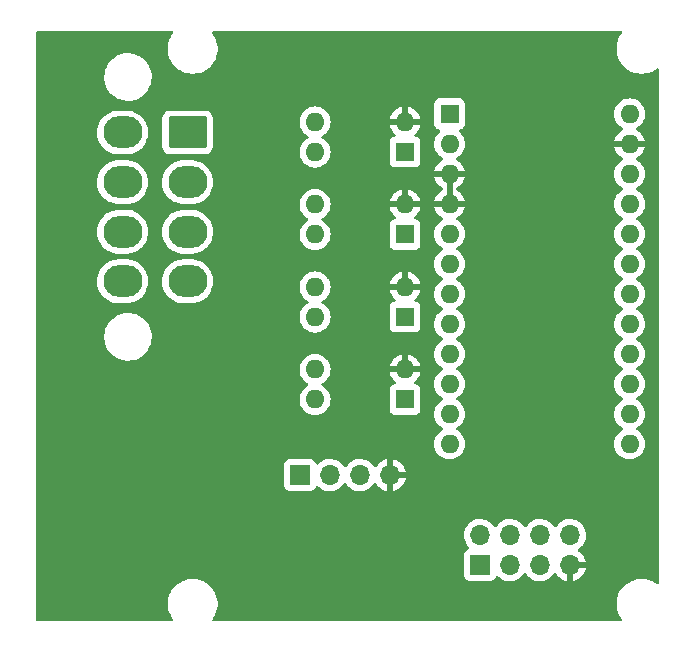
<source format=gbr>
%TF.GenerationSoftware,KiCad,Pcbnew,(6.0.9)*%
%TF.CreationDate,2023-03-29T13:56:58-08:00*%
%TF.ProjectId,ABSIS_Pit Management System,41425349-535f-4506-9974-204d616e6167,1*%
%TF.SameCoordinates,Original*%
%TF.FileFunction,Copper,L2,Bot*%
%TF.FilePolarity,Positive*%
%FSLAX46Y46*%
G04 Gerber Fmt 4.6, Leading zero omitted, Abs format (unit mm)*
G04 Created by KiCad (PCBNEW (6.0.9)) date 2023-03-29 13:56:58*
%MOMM*%
%LPD*%
G01*
G04 APERTURE LIST*
G04 Aperture macros list*
%AMRoundRect*
0 Rectangle with rounded corners*
0 $1 Rounding radius*
0 $2 $3 $4 $5 $6 $7 $8 $9 X,Y pos of 4 corners*
0 Add a 4 corners polygon primitive as box body*
4,1,4,$2,$3,$4,$5,$6,$7,$8,$9,$2,$3,0*
0 Add four circle primitives for the rounded corners*
1,1,$1+$1,$2,$3*
1,1,$1+$1,$4,$5*
1,1,$1+$1,$6,$7*
1,1,$1+$1,$8,$9*
0 Add four rect primitives between the rounded corners*
20,1,$1+$1,$2,$3,$4,$5,0*
20,1,$1+$1,$4,$5,$6,$7,0*
20,1,$1+$1,$6,$7,$8,$9,0*
20,1,$1+$1,$8,$9,$2,$3,0*%
G04 Aperture macros list end*
%TA.AperFunction,ComponentPad*%
%ADD10R,1.700000X1.700000*%
%TD*%
%TA.AperFunction,ComponentPad*%
%ADD11O,1.700000X1.700000*%
%TD*%
%TA.AperFunction,ComponentPad*%
%ADD12R,1.600000X1.600000*%
%TD*%
%TA.AperFunction,ComponentPad*%
%ADD13O,1.600000X1.600000*%
%TD*%
%TA.AperFunction,ComponentPad*%
%ADD14RoundRect,0.250001X-1.399999X1.099999X-1.399999X-1.099999X1.399999X-1.099999X1.399999X1.099999X0*%
%TD*%
%TA.AperFunction,ComponentPad*%
%ADD15O,3.300000X2.700000*%
%TD*%
G04 APERTURE END LIST*
D10*
%TO.P,J2,1*%
%TO.N,/A3*%
X38100000Y5280000D03*
D11*
%TO.P,J2,2*%
%TO.N,/A2*%
X38100000Y7820000D03*
%TO.P,J2,3*%
%TO.N,/A1*%
X40640000Y5280000D03*
%TO.P,J2,4*%
%TO.N,/A0*%
X40640000Y7820000D03*
%TO.P,J2,5*%
%TO.N,/D15_SCK*%
X43180000Y5280000D03*
%TO.P,J2,6*%
%TO.N,/D14_MISO*%
X43180000Y7820000D03*
%TO.P,J2,7*%
%TO.N,GND*%
X45720000Y5280000D03*
%TO.P,J2,8*%
%TO.N,Net-(J2-Pad8)*%
X45720000Y7820000D03*
%TD*%
D12*
%TO.P,XU1,1*%
%TO.N,/TX0_D1*%
X35517600Y43486800D03*
D13*
%TO.P,XU1,2*%
%TO.N,/RX1_D0*%
X35517600Y40946800D03*
%TO.P,XU1,3*%
%TO.N,GND*%
X35517600Y38406800D03*
%TO.P,XU1,4*%
X35517600Y35866800D03*
%TO.P,XU1,5*%
%TO.N,/SDA_D2*%
X35517600Y33326800D03*
%TO.P,XU1,6*%
%TO.N,/~{SCL_D3}*%
X35517600Y30786800D03*
%TO.P,XU1,7*%
%TO.N,/D4_A6*%
X35517600Y28246800D03*
%TO.P,XU1,8*%
%TO.N,/~{D5}*%
X35517600Y25706800D03*
%TO.P,XU1,9*%
%TO.N,/~{D6_A7}*%
X35517600Y23166800D03*
%TO.P,XU1,10*%
%TO.N,/D7*%
X35517600Y20626800D03*
%TO.P,XU1,11*%
%TO.N,/D8_A8*%
X35517600Y18086800D03*
%TO.P,XU1,12*%
%TO.N,/PWR_OK*%
X35517600Y15546800D03*
%TO.P,XU1,13*%
%TO.N,/~{D10_A10}*%
X50757600Y15546800D03*
%TO.P,XU1,14*%
%TO.N,/D16_MOSI*%
X50757600Y18086800D03*
%TO.P,XU1,15*%
%TO.N,/D14_MISO*%
X50757600Y20626800D03*
%TO.P,XU1,16*%
%TO.N,/D15_SCK*%
X50757600Y23166800D03*
%TO.P,XU1,17*%
%TO.N,/A0*%
X50757600Y25706800D03*
%TO.P,XU1,18*%
%TO.N,/A1*%
X50757600Y28246800D03*
%TO.P,XU1,19*%
%TO.N,/A2*%
X50757600Y30786800D03*
%TO.P,XU1,20*%
%TO.N,/A3*%
X50757600Y33326800D03*
%TO.P,XU1,21*%
%TO.N,+5V*%
X50757600Y35866800D03*
%TO.P,XU1,22*%
%TO.N,/RST*%
X50757600Y38406800D03*
%TO.P,XU1,23*%
%TO.N,GND*%
X50757600Y40946800D03*
%TO.P,XU1,24*%
%TO.N,/+5VSB*%
X50757600Y43486800D03*
%TD*%
D10*
%TO.P,J1,1*%
%TO.N,/D8_A8*%
X22860000Y12900000D03*
D11*
%TO.P,J1,2*%
%TO.N,/+5VSB*%
X25400000Y12900000D03*
%TO.P,J1,3*%
%TO.N,/PWR_OK*%
X27940000Y12900000D03*
%TO.P,J1,4*%
%TO.N,GND*%
X30480000Y12900000D03*
%TD*%
D12*
%TO.P,U1,1*%
%TO.N,/D4_A6*%
X31750000Y40259000D03*
D13*
%TO.P,U1,2*%
%TO.N,GND*%
X31750000Y42799000D03*
%TO.P,U1,3*%
%TO.N,/EXT_ACC1-*%
X24130000Y42799000D03*
%TO.P,U1,4*%
%TO.N,/EXT_ACC1+*%
X24130000Y40259000D03*
%TD*%
D12*
%TO.P,U2,1*%
%TO.N,/~{D5}*%
X31750000Y33274000D03*
D13*
%TO.P,U2,2*%
%TO.N,GND*%
X31750000Y35814000D03*
%TO.P,U2,3*%
%TO.N,/EXT_ACC2-*%
X24130000Y35814000D03*
%TO.P,U2,4*%
%TO.N,/EXT_ACC2+*%
X24130000Y33274000D03*
%TD*%
D12*
%TO.P,U4,1*%
%TO.N,/D7*%
X31750000Y19304000D03*
D13*
%TO.P,U4,2*%
%TO.N,GND*%
X31750000Y21844000D03*
%TO.P,U4,3*%
%TO.N,/EXT_ACC4-*%
X24130000Y21844000D03*
%TO.P,U4,4*%
%TO.N,/EXT_ACC4+*%
X24130000Y19304000D03*
%TD*%
D12*
%TO.P,U3,1*%
%TO.N,/~{D6_A7}*%
X31750000Y26289000D03*
D13*
%TO.P,U3,2*%
%TO.N,GND*%
X31750000Y28829000D03*
%TO.P,U3,3*%
%TO.N,/EXT_ACC3-*%
X24130000Y28829000D03*
%TO.P,U3,4*%
%TO.N,/EXT_ACC3+*%
X24130000Y26289000D03*
%TD*%
D14*
%TO.P,J3,1*%
%TO.N,/EXT_ACC1-*%
X13335000Y41910000D03*
D15*
%TO.P,J3,2*%
%TO.N,/EXT_ACC1+*%
X13335000Y37710000D03*
%TO.P,J3,3*%
%TO.N,/EXT_ACC2-*%
X13335000Y33510000D03*
%TO.P,J3,4*%
%TO.N,/EXT_ACC2+*%
X13335000Y29310000D03*
%TO.P,J3,5*%
%TO.N,/EXT_ACC3-*%
X7835000Y41910000D03*
%TO.P,J3,6*%
%TO.N,/EXT_ACC3+*%
X7835000Y37710000D03*
%TO.P,J3,7*%
%TO.N,/EXT_ACC4-*%
X7835000Y33510000D03*
%TO.P,J3,8*%
%TO.N,/EXT_ACC4+*%
X7835000Y29310000D03*
%TD*%
%TA.AperFunction,Conductor*%
%TO.N,GND*%
G36*
X12078181Y50471498D02*
G01*
X12124674Y50417842D01*
X12134778Y50347568D01*
X12107564Y50285694D01*
X12060002Y50227586D01*
X12059997Y50227579D01*
X12057287Y50224268D01*
X11907073Y49979142D01*
X11791517Y49715898D01*
X11712756Y49439406D01*
X11672249Y49154784D01*
X11672227Y49150495D01*
X11672226Y49150488D01*
X11670765Y48871583D01*
X11670743Y48867297D01*
X11708268Y48582266D01*
X11784129Y48304964D01*
X11785813Y48301016D01*
X11888128Y48061144D01*
X11896923Y48040524D01*
X12044561Y47793839D01*
X12224313Y47569472D01*
X12432851Y47371577D01*
X12621165Y47236259D01*
X12632797Y47227901D01*
X12666317Y47203814D01*
X12670112Y47201805D01*
X12670113Y47201804D01*
X12691869Y47190285D01*
X12920392Y47069288D01*
X13190373Y46970489D01*
X13471264Y46909245D01*
X13499841Y46906996D01*
X13694282Y46891693D01*
X13694291Y46891693D01*
X13696739Y46891500D01*
X13852271Y46891500D01*
X13854407Y46891646D01*
X13854418Y46891646D01*
X14062548Y46905835D01*
X14062554Y46905836D01*
X14066825Y46906127D01*
X14071020Y46906996D01*
X14071022Y46906996D01*
X14304037Y46955251D01*
X14348342Y46964426D01*
X14619343Y47060393D01*
X14874812Y47192250D01*
X14878313Y47194711D01*
X14878317Y47194713D01*
X15007533Y47285528D01*
X15110023Y47357559D01*
X15320622Y47553260D01*
X15502713Y47775732D01*
X15652927Y48020858D01*
X15710652Y48152358D01*
X15766757Y48280170D01*
X15768483Y48284102D01*
X15777987Y48317464D01*
X15842918Y48545409D01*
X15847244Y48560594D01*
X15887751Y48845216D01*
X15887845Y48863049D01*
X15889235Y49128417D01*
X15889235Y49128424D01*
X15889257Y49132703D01*
X15851732Y49417734D01*
X15775871Y49695036D01*
X15663077Y49959476D01*
X15515439Y50206161D01*
X15512758Y50209508D01*
X15512752Y50209516D01*
X15450900Y50286720D01*
X15423918Y50352389D01*
X15436723Y50422221D01*
X15485250Y50474045D01*
X15549234Y50491500D01*
X50010060Y50491500D01*
X50078181Y50471498D01*
X50124674Y50417842D01*
X50134778Y50347568D01*
X50107564Y50285694D01*
X50060002Y50227586D01*
X50059997Y50227579D01*
X50057287Y50224268D01*
X49907073Y49979142D01*
X49791517Y49715898D01*
X49712756Y49439406D01*
X49672249Y49154784D01*
X49672227Y49150495D01*
X49672226Y49150488D01*
X49670765Y48871583D01*
X49670743Y48867297D01*
X49708268Y48582266D01*
X49784129Y48304964D01*
X49785813Y48301016D01*
X49888128Y48061144D01*
X49896923Y48040524D01*
X50044561Y47793839D01*
X50224313Y47569472D01*
X50432851Y47371577D01*
X50621165Y47236259D01*
X50632797Y47227901D01*
X50666317Y47203814D01*
X50670112Y47201805D01*
X50670113Y47201804D01*
X50691869Y47190285D01*
X50920392Y47069288D01*
X51190373Y46970489D01*
X51471264Y46909245D01*
X51499841Y46906996D01*
X51694282Y46891693D01*
X51694291Y46891693D01*
X51696739Y46891500D01*
X51852271Y46891500D01*
X51854407Y46891646D01*
X51854418Y46891646D01*
X52062548Y46905835D01*
X52062554Y46905836D01*
X52066825Y46906127D01*
X52071020Y46906996D01*
X52071022Y46906996D01*
X52304037Y46955251D01*
X52348342Y46964426D01*
X52619343Y47060393D01*
X52874812Y47192250D01*
X52878313Y47194711D01*
X52878317Y47194713D01*
X53073049Y47331573D01*
X53140284Y47354378D01*
X53209174Y47337213D01*
X53257848Y47285528D01*
X53271500Y47228486D01*
X53271500Y3770392D01*
X53251498Y3702271D01*
X53197842Y3655778D01*
X53127568Y3645674D01*
X53071977Y3668069D01*
X52893683Y3796186D01*
X52871843Y3807750D01*
X52848654Y3820028D01*
X52639608Y3930712D01*
X52369627Y4029511D01*
X52088736Y4090755D01*
X52057685Y4093199D01*
X51865718Y4108307D01*
X51865709Y4108307D01*
X51863261Y4108500D01*
X51707729Y4108500D01*
X51705593Y4108354D01*
X51705582Y4108354D01*
X51497452Y4094165D01*
X51497446Y4094164D01*
X51493175Y4093873D01*
X51488980Y4093004D01*
X51488978Y4093004D01*
X51396820Y4073919D01*
X51211658Y4035574D01*
X50940657Y3939607D01*
X50685188Y3807750D01*
X50681687Y3805289D01*
X50681683Y3805287D01*
X50671594Y3798196D01*
X50449977Y3642441D01*
X50239378Y3446740D01*
X50057287Y3224268D01*
X49907073Y2979142D01*
X49791517Y2715898D01*
X49712756Y2439406D01*
X49672249Y2154784D01*
X49672227Y2150495D01*
X49672226Y2150488D01*
X49670765Y1871583D01*
X49670743Y1867297D01*
X49708268Y1582266D01*
X49784129Y1304964D01*
X49896923Y1040524D01*
X50044561Y793839D01*
X50047242Y790492D01*
X50047248Y790484D01*
X50109100Y713280D01*
X50136082Y647611D01*
X50123277Y577779D01*
X50074750Y525955D01*
X50010766Y508500D01*
X15549940Y508500D01*
X15481819Y528502D01*
X15435326Y582158D01*
X15425222Y652432D01*
X15452436Y714306D01*
X15499998Y772414D01*
X15500003Y772421D01*
X15502713Y775732D01*
X15652927Y1020858D01*
X15768483Y1284102D01*
X15847244Y1560594D01*
X15887751Y1845216D01*
X15887845Y1863049D01*
X15889235Y2128417D01*
X15889235Y2128424D01*
X15889257Y2132703D01*
X15851732Y2417734D01*
X15775871Y2695036D01*
X15663077Y2959476D01*
X15515439Y3206161D01*
X15335687Y3430528D01*
X15127149Y3628423D01*
X14893683Y3796186D01*
X14871843Y3807750D01*
X14848654Y3820028D01*
X14639608Y3930712D01*
X14369627Y4029511D01*
X14088736Y4090755D01*
X14057685Y4093199D01*
X13865718Y4108307D01*
X13865709Y4108307D01*
X13863261Y4108500D01*
X13707729Y4108500D01*
X13705593Y4108354D01*
X13705582Y4108354D01*
X13497452Y4094165D01*
X13497446Y4094164D01*
X13493175Y4093873D01*
X13488980Y4093004D01*
X13488978Y4093004D01*
X13396820Y4073919D01*
X13211658Y4035574D01*
X12940657Y3939607D01*
X12685188Y3807750D01*
X12681687Y3805289D01*
X12681683Y3805287D01*
X12671594Y3798196D01*
X12449977Y3642441D01*
X12239378Y3446740D01*
X12057287Y3224268D01*
X11907073Y2979142D01*
X11791517Y2715898D01*
X11712756Y2439406D01*
X11672249Y2154784D01*
X11672227Y2150495D01*
X11672226Y2150488D01*
X11670765Y1871583D01*
X11670743Y1867297D01*
X11708268Y1582266D01*
X11784129Y1304964D01*
X11896923Y1040524D01*
X12044561Y793839D01*
X12047242Y790492D01*
X12047248Y790484D01*
X12109100Y713280D01*
X12136082Y647611D01*
X12123277Y577779D01*
X12074750Y525955D01*
X12010766Y508500D01*
X634500Y508500D01*
X566379Y528502D01*
X519886Y582158D01*
X508500Y634500D01*
X508500Y7853305D01*
X36737251Y7853305D01*
X36737548Y7848152D01*
X36737548Y7848149D01*
X36743011Y7753410D01*
X36750110Y7630285D01*
X36751247Y7625239D01*
X36751248Y7625233D01*
X36771119Y7537061D01*
X36799222Y7412361D01*
X36883266Y7205384D01*
X36934019Y7122562D01*
X36997291Y7019312D01*
X36999987Y7014912D01*
X37146250Y6846062D01*
X37150230Y6842758D01*
X37154981Y6838813D01*
X37194616Y6779910D01*
X37196113Y6708929D01*
X37158997Y6648407D01*
X37118725Y6623888D01*
X37077913Y6608588D01*
X37003295Y6580615D01*
X36886739Y6493261D01*
X36799385Y6376705D01*
X36748255Y6240316D01*
X36741500Y6178134D01*
X36741500Y4381866D01*
X36748255Y4319684D01*
X36799385Y4183295D01*
X36886739Y4066739D01*
X37003295Y3979385D01*
X37139684Y3928255D01*
X37201866Y3921500D01*
X38998134Y3921500D01*
X39060316Y3928255D01*
X39196705Y3979385D01*
X39313261Y4066739D01*
X39400615Y4183295D01*
X39422799Y4242471D01*
X39444598Y4300618D01*
X39487240Y4357382D01*
X39553802Y4382082D01*
X39623150Y4366874D01*
X39657817Y4338886D01*
X39686250Y4306062D01*
X39858126Y4163368D01*
X40051000Y4050662D01*
X40259692Y3970970D01*
X40264760Y3969939D01*
X40264763Y3969938D01*
X40359862Y3950590D01*
X40478597Y3926433D01*
X40483772Y3926243D01*
X40483774Y3926243D01*
X40696673Y3918436D01*
X40696677Y3918436D01*
X40701837Y3918247D01*
X40706957Y3918903D01*
X40706959Y3918903D01*
X40918288Y3945975D01*
X40918289Y3945975D01*
X40923416Y3946632D01*
X40928366Y3948117D01*
X41132429Y4009339D01*
X41132434Y4009341D01*
X41137384Y4010826D01*
X41337994Y4109104D01*
X41519860Y4238827D01*
X41678096Y4396511D01*
X41808453Y4577923D01*
X41809776Y4576972D01*
X41856645Y4620143D01*
X41926580Y4632375D01*
X41992026Y4604856D01*
X42019875Y4573006D01*
X42079987Y4474912D01*
X42226250Y4306062D01*
X42398126Y4163368D01*
X42591000Y4050662D01*
X42799692Y3970970D01*
X42804760Y3969939D01*
X42804763Y3969938D01*
X42899862Y3950590D01*
X43018597Y3926433D01*
X43023772Y3926243D01*
X43023774Y3926243D01*
X43236673Y3918436D01*
X43236677Y3918436D01*
X43241837Y3918247D01*
X43246957Y3918903D01*
X43246959Y3918903D01*
X43458288Y3945975D01*
X43458289Y3945975D01*
X43463416Y3946632D01*
X43468366Y3948117D01*
X43672429Y4009339D01*
X43672434Y4009341D01*
X43677384Y4010826D01*
X43877994Y4109104D01*
X44059860Y4238827D01*
X44218096Y4396511D01*
X44348453Y4577923D01*
X44349640Y4577070D01*
X44396960Y4620638D01*
X44466897Y4632855D01*
X44532338Y4605322D01*
X44560166Y4573489D01*
X44617694Y4479612D01*
X44623777Y4471301D01*
X44763213Y4310333D01*
X44770580Y4303117D01*
X44934434Y4167084D01*
X44942881Y4161169D01*
X45126756Y4053721D01*
X45136042Y4049271D01*
X45335001Y3973297D01*
X45344899Y3970421D01*
X45448250Y3949394D01*
X45462299Y3950590D01*
X45466000Y3960935D01*
X45466000Y3961483D01*
X45974000Y3961483D01*
X45978064Y3947641D01*
X45991478Y3945607D01*
X45998184Y3946466D01*
X46008262Y3948608D01*
X46212255Y4009809D01*
X46221842Y4013567D01*
X46413095Y4107261D01*
X46421945Y4112536D01*
X46595328Y4236208D01*
X46603200Y4242861D01*
X46754052Y4393188D01*
X46760730Y4401035D01*
X46885003Y4573980D01*
X46890313Y4582817D01*
X46984670Y4773733D01*
X46988469Y4783328D01*
X47050377Y4987090D01*
X47052555Y4997163D01*
X47053986Y5008038D01*
X47051775Y5022222D01*
X47038617Y5026000D01*
X45992115Y5026000D01*
X45976876Y5021525D01*
X45975671Y5020135D01*
X45974000Y5012452D01*
X45974000Y3961483D01*
X45466000Y3961483D01*
X45466000Y5408000D01*
X45486002Y5476121D01*
X45539658Y5522614D01*
X45592000Y5534000D01*
X47038344Y5534000D01*
X47051875Y5537973D01*
X47053180Y5547053D01*
X47011214Y5714125D01*
X47007894Y5723876D01*
X46922972Y5919186D01*
X46918105Y5928261D01*
X46802426Y6107074D01*
X46796136Y6115243D01*
X46652806Y6272760D01*
X46645273Y6279785D01*
X46478139Y6411778D01*
X46469556Y6417480D01*
X46432602Y6437880D01*
X46382631Y6488313D01*
X46367859Y6557755D01*
X46392975Y6624161D01*
X46420327Y6650768D01*
X46444040Y6667682D01*
X46599860Y6778827D01*
X46758096Y6936511D01*
X46817594Y7019311D01*
X46885435Y7113723D01*
X46888453Y7117923D01*
X46909320Y7160143D01*
X46985136Y7313547D01*
X46985137Y7313549D01*
X46987430Y7318189D01*
X47052370Y7531931D01*
X47081529Y7753410D01*
X47083156Y7820000D01*
X47064852Y8042639D01*
X47010431Y8259298D01*
X46921354Y8464160D01*
X46800014Y8651723D01*
X46649670Y8816949D01*
X46645619Y8820148D01*
X46645615Y8820152D01*
X46478414Y8952200D01*
X46478410Y8952202D01*
X46474359Y8955402D01*
X46278789Y9063362D01*
X46273920Y9065086D01*
X46273916Y9065088D01*
X46073087Y9136205D01*
X46073083Y9136206D01*
X46068212Y9137931D01*
X46063119Y9138838D01*
X46063116Y9138839D01*
X45853373Y9176200D01*
X45853367Y9176201D01*
X45848284Y9177106D01*
X45774452Y9178008D01*
X45630081Y9179772D01*
X45630079Y9179772D01*
X45624911Y9179835D01*
X45404091Y9146045D01*
X45191756Y9076643D01*
X44993607Y8973493D01*
X44989474Y8970390D01*
X44989471Y8970388D01*
X44965247Y8952200D01*
X44814965Y8839365D01*
X44660629Y8677862D01*
X44553201Y8520379D01*
X44498293Y8475379D01*
X44427768Y8467208D01*
X44364021Y8498462D01*
X44343324Y8522946D01*
X44262822Y8647383D01*
X44262820Y8647386D01*
X44260014Y8651723D01*
X44109670Y8816949D01*
X44105619Y8820148D01*
X44105615Y8820152D01*
X43938414Y8952200D01*
X43938410Y8952202D01*
X43934359Y8955402D01*
X43738789Y9063362D01*
X43733920Y9065086D01*
X43733916Y9065088D01*
X43533087Y9136205D01*
X43533083Y9136206D01*
X43528212Y9137931D01*
X43523119Y9138838D01*
X43523116Y9138839D01*
X43313373Y9176200D01*
X43313367Y9176201D01*
X43308284Y9177106D01*
X43234452Y9178008D01*
X43090081Y9179772D01*
X43090079Y9179772D01*
X43084911Y9179835D01*
X42864091Y9146045D01*
X42651756Y9076643D01*
X42453607Y8973493D01*
X42449474Y8970390D01*
X42449471Y8970388D01*
X42425247Y8952200D01*
X42274965Y8839365D01*
X42120629Y8677862D01*
X42013201Y8520379D01*
X41958293Y8475379D01*
X41887768Y8467208D01*
X41824021Y8498462D01*
X41803324Y8522946D01*
X41722822Y8647383D01*
X41722820Y8647386D01*
X41720014Y8651723D01*
X41569670Y8816949D01*
X41565619Y8820148D01*
X41565615Y8820152D01*
X41398414Y8952200D01*
X41398410Y8952202D01*
X41394359Y8955402D01*
X41198789Y9063362D01*
X41193920Y9065086D01*
X41193916Y9065088D01*
X40993087Y9136205D01*
X40993083Y9136206D01*
X40988212Y9137931D01*
X40983119Y9138838D01*
X40983116Y9138839D01*
X40773373Y9176200D01*
X40773367Y9176201D01*
X40768284Y9177106D01*
X40694452Y9178008D01*
X40550081Y9179772D01*
X40550079Y9179772D01*
X40544911Y9179835D01*
X40324091Y9146045D01*
X40111756Y9076643D01*
X39913607Y8973493D01*
X39909474Y8970390D01*
X39909471Y8970388D01*
X39885247Y8952200D01*
X39734965Y8839365D01*
X39580629Y8677862D01*
X39473201Y8520379D01*
X39418293Y8475379D01*
X39347768Y8467208D01*
X39284021Y8498462D01*
X39263324Y8522946D01*
X39182822Y8647383D01*
X39182820Y8647386D01*
X39180014Y8651723D01*
X39029670Y8816949D01*
X39025619Y8820148D01*
X39025615Y8820152D01*
X38858414Y8952200D01*
X38858410Y8952202D01*
X38854359Y8955402D01*
X38658789Y9063362D01*
X38653920Y9065086D01*
X38653916Y9065088D01*
X38453087Y9136205D01*
X38453083Y9136206D01*
X38448212Y9137931D01*
X38443119Y9138838D01*
X38443116Y9138839D01*
X38233373Y9176200D01*
X38233367Y9176201D01*
X38228284Y9177106D01*
X38154452Y9178008D01*
X38010081Y9179772D01*
X38010079Y9179772D01*
X38004911Y9179835D01*
X37784091Y9146045D01*
X37571756Y9076643D01*
X37373607Y8973493D01*
X37369474Y8970390D01*
X37369471Y8970388D01*
X37345247Y8952200D01*
X37194965Y8839365D01*
X37040629Y8677862D01*
X36914743Y8493320D01*
X36820688Y8290695D01*
X36760989Y8075430D01*
X36737251Y7853305D01*
X508500Y7853305D01*
X508500Y12001866D01*
X21501500Y12001866D01*
X21508255Y11939684D01*
X21559385Y11803295D01*
X21646739Y11686739D01*
X21763295Y11599385D01*
X21899684Y11548255D01*
X21961866Y11541500D01*
X23758134Y11541500D01*
X23820316Y11548255D01*
X23956705Y11599385D01*
X24073261Y11686739D01*
X24160615Y11803295D01*
X24182799Y11862471D01*
X24204598Y11920618D01*
X24247240Y11977382D01*
X24313802Y12002082D01*
X24383150Y11986874D01*
X24417817Y11958886D01*
X24446250Y11926062D01*
X24618126Y11783368D01*
X24811000Y11670662D01*
X25019692Y11590970D01*
X25024760Y11589939D01*
X25024763Y11589938D01*
X25119862Y11570590D01*
X25238597Y11546433D01*
X25243772Y11546243D01*
X25243774Y11546243D01*
X25456673Y11538436D01*
X25456677Y11538436D01*
X25461837Y11538247D01*
X25466957Y11538903D01*
X25466959Y11538903D01*
X25678288Y11565975D01*
X25678289Y11565975D01*
X25683416Y11566632D01*
X25688366Y11568117D01*
X25892429Y11629339D01*
X25892434Y11629341D01*
X25897384Y11630826D01*
X26097994Y11729104D01*
X26279860Y11858827D01*
X26438096Y12016511D01*
X26568453Y12197923D01*
X26569776Y12196972D01*
X26616645Y12240143D01*
X26686580Y12252375D01*
X26752026Y12224856D01*
X26779875Y12193006D01*
X26839987Y12094912D01*
X26986250Y11926062D01*
X27158126Y11783368D01*
X27351000Y11670662D01*
X27559692Y11590970D01*
X27564760Y11589939D01*
X27564763Y11589938D01*
X27659862Y11570590D01*
X27778597Y11546433D01*
X27783772Y11546243D01*
X27783774Y11546243D01*
X27996673Y11538436D01*
X27996677Y11538436D01*
X28001837Y11538247D01*
X28006957Y11538903D01*
X28006959Y11538903D01*
X28218288Y11565975D01*
X28218289Y11565975D01*
X28223416Y11566632D01*
X28228366Y11568117D01*
X28432429Y11629339D01*
X28432434Y11629341D01*
X28437384Y11630826D01*
X28637994Y11729104D01*
X28819860Y11858827D01*
X28978096Y12016511D01*
X29108453Y12197923D01*
X29109640Y12197070D01*
X29156960Y12240638D01*
X29226897Y12252855D01*
X29292338Y12225322D01*
X29320166Y12193489D01*
X29377694Y12099612D01*
X29383777Y12091301D01*
X29523213Y11930333D01*
X29530580Y11923117D01*
X29694434Y11787084D01*
X29702881Y11781169D01*
X29886756Y11673721D01*
X29896042Y11669271D01*
X30095001Y11593297D01*
X30104899Y11590421D01*
X30208250Y11569394D01*
X30222299Y11570590D01*
X30226000Y11580935D01*
X30226000Y11581483D01*
X30734000Y11581483D01*
X30738064Y11567641D01*
X30751478Y11565607D01*
X30758184Y11566466D01*
X30768262Y11568608D01*
X30972255Y11629809D01*
X30981842Y11633567D01*
X31173095Y11727261D01*
X31181945Y11732536D01*
X31355328Y11856208D01*
X31363200Y11862861D01*
X31514052Y12013188D01*
X31520730Y12021035D01*
X31645003Y12193980D01*
X31650313Y12202817D01*
X31744670Y12393733D01*
X31748469Y12403328D01*
X31810377Y12607090D01*
X31812555Y12617163D01*
X31813986Y12628038D01*
X31811775Y12642222D01*
X31798617Y12646000D01*
X30752115Y12646000D01*
X30736876Y12641525D01*
X30735671Y12640135D01*
X30734000Y12632452D01*
X30734000Y11581483D01*
X30226000Y11581483D01*
X30226000Y13172115D01*
X30734000Y13172115D01*
X30738475Y13156876D01*
X30739865Y13155671D01*
X30747548Y13154000D01*
X31798344Y13154000D01*
X31811875Y13157973D01*
X31813180Y13167053D01*
X31771214Y13334125D01*
X31767894Y13343876D01*
X31682972Y13539186D01*
X31678105Y13548261D01*
X31562426Y13727074D01*
X31556136Y13735243D01*
X31412806Y13892760D01*
X31405273Y13899785D01*
X31238139Y14031778D01*
X31229552Y14037483D01*
X31043117Y14140401D01*
X31033705Y14144631D01*
X30832959Y14215720D01*
X30822988Y14218354D01*
X30751837Y14231028D01*
X30738540Y14229568D01*
X30734000Y14215011D01*
X30734000Y13172115D01*
X30226000Y13172115D01*
X30226000Y14216898D01*
X30222082Y14230242D01*
X30207806Y14232229D01*
X30169324Y14226340D01*
X30159288Y14223949D01*
X29956868Y14157788D01*
X29947359Y14153791D01*
X29758463Y14055458D01*
X29749738Y14049964D01*
X29579433Y13922095D01*
X29571726Y13915252D01*
X29424590Y13761283D01*
X29418109Y13753278D01*
X29313498Y13599926D01*
X29258587Y13554924D01*
X29188062Y13546753D01*
X29124315Y13578007D01*
X29103618Y13602491D01*
X29022822Y13727383D01*
X29022820Y13727386D01*
X29020014Y13731723D01*
X28869670Y13896949D01*
X28865619Y13900148D01*
X28865615Y13900152D01*
X28698414Y14032200D01*
X28698410Y14032202D01*
X28694359Y14035402D01*
X28658028Y14055458D01*
X28642136Y14064231D01*
X28498789Y14143362D01*
X28493920Y14145086D01*
X28493916Y14145088D01*
X28293087Y14216205D01*
X28293083Y14216206D01*
X28288212Y14217931D01*
X28283119Y14218838D01*
X28283116Y14218839D01*
X28073373Y14256200D01*
X28073367Y14256201D01*
X28068284Y14257106D01*
X27994452Y14258008D01*
X27850081Y14259772D01*
X27850079Y14259772D01*
X27844911Y14259835D01*
X27624091Y14226045D01*
X27411756Y14156643D01*
X27213607Y14053493D01*
X27209474Y14050390D01*
X27209471Y14050388D01*
X27039100Y13922470D01*
X27034965Y13919365D01*
X27031393Y13915627D01*
X26923729Y13802963D01*
X26880629Y13757862D01*
X26773201Y13600379D01*
X26718293Y13555379D01*
X26647768Y13547208D01*
X26584021Y13578462D01*
X26563324Y13602946D01*
X26482822Y13727383D01*
X26482820Y13727386D01*
X26480014Y13731723D01*
X26329670Y13896949D01*
X26325619Y13900148D01*
X26325615Y13900152D01*
X26158414Y14032200D01*
X26158410Y14032202D01*
X26154359Y14035402D01*
X26118028Y14055458D01*
X26102136Y14064231D01*
X25958789Y14143362D01*
X25953920Y14145086D01*
X25953916Y14145088D01*
X25753087Y14216205D01*
X25753083Y14216206D01*
X25748212Y14217931D01*
X25743119Y14218838D01*
X25743116Y14218839D01*
X25533373Y14256200D01*
X25533367Y14256201D01*
X25528284Y14257106D01*
X25454452Y14258008D01*
X25310081Y14259772D01*
X25310079Y14259772D01*
X25304911Y14259835D01*
X25084091Y14226045D01*
X24871756Y14156643D01*
X24673607Y14053493D01*
X24669474Y14050390D01*
X24669471Y14050388D01*
X24499100Y13922470D01*
X24494965Y13919365D01*
X24438537Y13860316D01*
X24414283Y13834936D01*
X24352759Y13799506D01*
X24281846Y13802963D01*
X24224060Y13844209D01*
X24205207Y13877757D01*
X24163767Y13988297D01*
X24160615Y13996705D01*
X24073261Y14113261D01*
X23956705Y14200615D01*
X23820316Y14251745D01*
X23758134Y14258500D01*
X21961866Y14258500D01*
X21899684Y14251745D01*
X21763295Y14200615D01*
X21646739Y14113261D01*
X21559385Y13996705D01*
X21508255Y13860316D01*
X21501500Y13798134D01*
X21501500Y12001866D01*
X508500Y12001866D01*
X508500Y15546800D01*
X34204102Y15546800D01*
X34224057Y15318713D01*
X34283316Y15097557D01*
X34285639Y15092576D01*
X34285639Y15092575D01*
X34377751Y14895038D01*
X34377754Y14895033D01*
X34380077Y14890051D01*
X34511402Y14702500D01*
X34673300Y14540602D01*
X34677808Y14537445D01*
X34677811Y14537443D01*
X34755989Y14482702D01*
X34860851Y14409277D01*
X34865833Y14406954D01*
X34865838Y14406951D01*
X35063375Y14314839D01*
X35068357Y14312516D01*
X35073665Y14311094D01*
X35073667Y14311093D01*
X35284198Y14254681D01*
X35284200Y14254681D01*
X35289513Y14253257D01*
X35517600Y14233302D01*
X35745687Y14253257D01*
X35751000Y14254681D01*
X35751002Y14254681D01*
X35961533Y14311093D01*
X35961535Y14311094D01*
X35966843Y14312516D01*
X35971825Y14314839D01*
X36169362Y14406951D01*
X36169367Y14406954D01*
X36174349Y14409277D01*
X36279211Y14482702D01*
X36357389Y14537443D01*
X36357392Y14537445D01*
X36361900Y14540602D01*
X36523798Y14702500D01*
X36655123Y14890051D01*
X36657446Y14895033D01*
X36657449Y14895038D01*
X36749561Y15092575D01*
X36749561Y15092576D01*
X36751884Y15097557D01*
X36811143Y15318713D01*
X36831098Y15546800D01*
X49444102Y15546800D01*
X49464057Y15318713D01*
X49523316Y15097557D01*
X49525639Y15092576D01*
X49525639Y15092575D01*
X49617751Y14895038D01*
X49617754Y14895033D01*
X49620077Y14890051D01*
X49751402Y14702500D01*
X49913300Y14540602D01*
X49917808Y14537445D01*
X49917811Y14537443D01*
X49995989Y14482702D01*
X50100851Y14409277D01*
X50105833Y14406954D01*
X50105838Y14406951D01*
X50303375Y14314839D01*
X50308357Y14312516D01*
X50313665Y14311094D01*
X50313667Y14311093D01*
X50524198Y14254681D01*
X50524200Y14254681D01*
X50529513Y14253257D01*
X50757600Y14233302D01*
X50985687Y14253257D01*
X50991000Y14254681D01*
X50991002Y14254681D01*
X51201533Y14311093D01*
X51201535Y14311094D01*
X51206843Y14312516D01*
X51211825Y14314839D01*
X51409362Y14406951D01*
X51409367Y14406954D01*
X51414349Y14409277D01*
X51519211Y14482702D01*
X51597389Y14537443D01*
X51597392Y14537445D01*
X51601900Y14540602D01*
X51763798Y14702500D01*
X51895123Y14890051D01*
X51897446Y14895033D01*
X51897449Y14895038D01*
X51989561Y15092575D01*
X51989561Y15092576D01*
X51991884Y15097557D01*
X52051143Y15318713D01*
X52071098Y15546800D01*
X52051143Y15774887D01*
X51991884Y15996043D01*
X51989561Y16001025D01*
X51897449Y16198562D01*
X51897446Y16198567D01*
X51895123Y16203549D01*
X51763798Y16391100D01*
X51601900Y16552998D01*
X51597392Y16556155D01*
X51597389Y16556157D01*
X51519211Y16610898D01*
X51414349Y16684323D01*
X51409367Y16686646D01*
X51409362Y16686649D01*
X51375143Y16702605D01*
X51321858Y16749522D01*
X51302397Y16817799D01*
X51322939Y16885759D01*
X51375143Y16930995D01*
X51409362Y16946951D01*
X51409367Y16946954D01*
X51414349Y16949277D01*
X51519211Y17022702D01*
X51597389Y17077443D01*
X51597392Y17077445D01*
X51601900Y17080602D01*
X51763798Y17242500D01*
X51895123Y17430051D01*
X51897446Y17435033D01*
X51897449Y17435038D01*
X51989561Y17632575D01*
X51989561Y17632576D01*
X51991884Y17637557D01*
X52051143Y17858713D01*
X52071098Y18086800D01*
X52051143Y18314887D01*
X52014278Y18452469D01*
X51993307Y18530733D01*
X51993306Y18530735D01*
X51991884Y18536043D01*
X51989561Y18541025D01*
X51897449Y18738562D01*
X51897446Y18738567D01*
X51895123Y18743549D01*
X51763798Y18931100D01*
X51601900Y19092998D01*
X51597392Y19096155D01*
X51597389Y19096157D01*
X51519211Y19150898D01*
X51414349Y19224323D01*
X51409367Y19226646D01*
X51409362Y19226649D01*
X51375143Y19242605D01*
X51321858Y19289522D01*
X51302397Y19357799D01*
X51322939Y19425759D01*
X51375143Y19470995D01*
X51409362Y19486951D01*
X51409367Y19486954D01*
X51414349Y19489277D01*
X51519211Y19562702D01*
X51597389Y19617443D01*
X51597392Y19617445D01*
X51601900Y19620602D01*
X51763798Y19782500D01*
X51895123Y19970051D01*
X51897446Y19975033D01*
X51897449Y19975038D01*
X51989561Y20172575D01*
X51989561Y20172576D01*
X51991884Y20177557D01*
X52051143Y20398713D01*
X52071098Y20626800D01*
X52051143Y20854887D01*
X52049719Y20860202D01*
X51993307Y21070733D01*
X51993306Y21070735D01*
X51991884Y21076043D01*
X51989561Y21081025D01*
X51897449Y21278562D01*
X51897446Y21278567D01*
X51895123Y21283549D01*
X51763798Y21471100D01*
X51601900Y21632998D01*
X51597392Y21636155D01*
X51597389Y21636157D01*
X51519211Y21690898D01*
X51414349Y21764323D01*
X51409367Y21766646D01*
X51409362Y21766649D01*
X51375143Y21782605D01*
X51321858Y21829522D01*
X51302397Y21897799D01*
X51322939Y21965759D01*
X51375143Y22010995D01*
X51409362Y22026951D01*
X51409367Y22026954D01*
X51414349Y22029277D01*
X51538366Y22116115D01*
X51597389Y22157443D01*
X51597392Y22157445D01*
X51601900Y22160602D01*
X51763798Y22322500D01*
X51895123Y22510051D01*
X51897446Y22515033D01*
X51897449Y22515038D01*
X51989561Y22712575D01*
X51989561Y22712576D01*
X51991884Y22717557D01*
X52005710Y22769154D01*
X52049719Y22933398D01*
X52049719Y22933400D01*
X52051143Y22938713D01*
X52071098Y23166800D01*
X52051143Y23394887D01*
X52028162Y23480653D01*
X51993307Y23610733D01*
X51993306Y23610735D01*
X51991884Y23616043D01*
X51938064Y23731461D01*
X51897449Y23818562D01*
X51897446Y23818567D01*
X51895123Y23823549D01*
X51763798Y24011100D01*
X51601900Y24172998D01*
X51597392Y24176155D01*
X51597389Y24176157D01*
X51483208Y24256107D01*
X51414349Y24304323D01*
X51409367Y24306646D01*
X51409362Y24306649D01*
X51375143Y24322605D01*
X51321858Y24369522D01*
X51302397Y24437799D01*
X51322939Y24505759D01*
X51375143Y24550995D01*
X51409362Y24566951D01*
X51409367Y24566954D01*
X51414349Y24569277D01*
X51519211Y24642702D01*
X51597389Y24697443D01*
X51597392Y24697445D01*
X51601900Y24700602D01*
X51763798Y24862500D01*
X51895123Y25050051D01*
X51897446Y25055033D01*
X51897449Y25055038D01*
X51989561Y25252575D01*
X51989561Y25252576D01*
X51991884Y25257557D01*
X51998649Y25282802D01*
X52049719Y25473398D01*
X52049719Y25473400D01*
X52051143Y25478713D01*
X52071098Y25706800D01*
X52051143Y25934887D01*
X52018943Y26055060D01*
X51993307Y26150733D01*
X51993306Y26150735D01*
X51991884Y26156043D01*
X51916613Y26317464D01*
X51897449Y26358562D01*
X51897446Y26358567D01*
X51895123Y26363549D01*
X51797342Y26503194D01*
X51766957Y26546589D01*
X51766955Y26546592D01*
X51763798Y26551100D01*
X51601900Y26712998D01*
X51597392Y26716155D01*
X51597389Y26716157D01*
X51519211Y26770898D01*
X51414349Y26844323D01*
X51409367Y26846646D01*
X51409362Y26846649D01*
X51375143Y26862605D01*
X51321858Y26909522D01*
X51302397Y26977799D01*
X51322939Y27045759D01*
X51375143Y27090995D01*
X51409362Y27106951D01*
X51409367Y27106954D01*
X51414349Y27109277D01*
X51542938Y27199316D01*
X51597389Y27237443D01*
X51597392Y27237445D01*
X51601900Y27240602D01*
X51763798Y27402500D01*
X51793421Y27444805D01*
X51833386Y27501882D01*
X51895123Y27590051D01*
X51897446Y27595033D01*
X51897449Y27595038D01*
X51989561Y27792575D01*
X51989561Y27792576D01*
X51991884Y27797557D01*
X51995104Y27809572D01*
X52049719Y28013398D01*
X52049719Y28013400D01*
X52051143Y28018713D01*
X52071098Y28246800D01*
X52051143Y28474887D01*
X52024318Y28575000D01*
X51993307Y28690733D01*
X51993306Y28690735D01*
X51991884Y28696043D01*
X51970600Y28741688D01*
X51897449Y28898562D01*
X51897446Y28898567D01*
X51895123Y28903549D01*
X51821698Y29008411D01*
X51766957Y29086589D01*
X51766955Y29086592D01*
X51763798Y29091100D01*
X51601900Y29252998D01*
X51597392Y29256155D01*
X51597389Y29256157D01*
X51460115Y29352277D01*
X51414349Y29384323D01*
X51409367Y29386646D01*
X51409362Y29386649D01*
X51375143Y29402605D01*
X51321858Y29449522D01*
X51302397Y29517799D01*
X51322939Y29585759D01*
X51375143Y29630995D01*
X51409362Y29646951D01*
X51409367Y29646954D01*
X51414349Y29649277D01*
X51519211Y29722702D01*
X51597389Y29777443D01*
X51597392Y29777445D01*
X51601900Y29780602D01*
X51763798Y29942500D01*
X51895123Y30130051D01*
X51897446Y30135033D01*
X51897449Y30135038D01*
X51989561Y30332575D01*
X51989561Y30332576D01*
X51991884Y30337557D01*
X51998310Y30361537D01*
X52049719Y30553398D01*
X52049719Y30553400D01*
X52051143Y30558713D01*
X52071098Y30786800D01*
X52051143Y31014887D01*
X52011068Y31164448D01*
X51993307Y31230733D01*
X51993306Y31230735D01*
X51991884Y31236043D01*
X51989561Y31241025D01*
X51897449Y31438562D01*
X51897446Y31438567D01*
X51895123Y31443549D01*
X51763798Y31631100D01*
X51601900Y31792998D01*
X51597392Y31796155D01*
X51597389Y31796157D01*
X51519211Y31850898D01*
X51414349Y31924323D01*
X51409367Y31926646D01*
X51409362Y31926649D01*
X51375143Y31942605D01*
X51321858Y31989522D01*
X51302397Y32057799D01*
X51322939Y32125759D01*
X51375143Y32170995D01*
X51409362Y32186951D01*
X51409367Y32186954D01*
X51414349Y32189277D01*
X51519211Y32262702D01*
X51597389Y32317443D01*
X51597392Y32317445D01*
X51601900Y32320602D01*
X51763798Y32482500D01*
X51791167Y32521586D01*
X51891966Y32665543D01*
X51895123Y32670051D01*
X51897446Y32675033D01*
X51897449Y32675038D01*
X51989561Y32872575D01*
X51989561Y32872576D01*
X51991884Y32877557D01*
X52051143Y33098713D01*
X52071098Y33326800D01*
X52051143Y33554887D01*
X51991884Y33776043D01*
X51968958Y33825209D01*
X51897449Y33978562D01*
X51897446Y33978567D01*
X51895123Y33983549D01*
X51800477Y34118717D01*
X51766957Y34166589D01*
X51766955Y34166592D01*
X51763798Y34171100D01*
X51601900Y34332998D01*
X51597392Y34336155D01*
X51597389Y34336157D01*
X51519211Y34390898D01*
X51414349Y34464323D01*
X51409367Y34466646D01*
X51409362Y34466649D01*
X51375143Y34482605D01*
X51321858Y34529522D01*
X51302397Y34597799D01*
X51322939Y34665759D01*
X51375143Y34710995D01*
X51409362Y34726951D01*
X51409367Y34726954D01*
X51414349Y34729277D01*
X51519846Y34803147D01*
X51597389Y34857443D01*
X51597392Y34857445D01*
X51601900Y34860602D01*
X51763798Y35022500D01*
X51895123Y35210051D01*
X51897446Y35215033D01*
X51897449Y35215038D01*
X51989561Y35412575D01*
X51989561Y35412576D01*
X51991884Y35417557D01*
X52025364Y35542503D01*
X52049719Y35633398D01*
X52049719Y35633400D01*
X52051143Y35638713D01*
X52071098Y35866800D01*
X52051143Y36094887D01*
X52049719Y36100202D01*
X51993307Y36310733D01*
X51993306Y36310735D01*
X51991884Y36316043D01*
X51930610Y36447447D01*
X51897449Y36518562D01*
X51897446Y36518567D01*
X51895123Y36523549D01*
X51798266Y36661875D01*
X51766957Y36706589D01*
X51766955Y36706592D01*
X51763798Y36711100D01*
X51601900Y36872998D01*
X51597392Y36876155D01*
X51597389Y36876157D01*
X51494885Y36947931D01*
X51414349Y37004323D01*
X51409367Y37006646D01*
X51409362Y37006649D01*
X51375143Y37022605D01*
X51321858Y37069522D01*
X51302397Y37137799D01*
X51322939Y37205759D01*
X51375143Y37250995D01*
X51409362Y37266951D01*
X51409367Y37266954D01*
X51414349Y37269277D01*
X51519211Y37342702D01*
X51597389Y37397443D01*
X51597392Y37397445D01*
X51601900Y37400602D01*
X51763798Y37562500D01*
X51895123Y37750051D01*
X51897446Y37755033D01*
X51897449Y37755038D01*
X51989561Y37952575D01*
X51989561Y37952576D01*
X51991884Y37957557D01*
X52010012Y38025209D01*
X52049719Y38173398D01*
X52049719Y38173400D01*
X52051143Y38178713D01*
X52071098Y38406800D01*
X52051143Y38634887D01*
X51991884Y38856043D01*
X51950169Y38945502D01*
X51897449Y39058562D01*
X51897446Y39058567D01*
X51895123Y39063549D01*
X51821698Y39168411D01*
X51766957Y39246589D01*
X51766955Y39246592D01*
X51763798Y39251100D01*
X51601900Y39412998D01*
X51597392Y39416155D01*
X51597389Y39416157D01*
X51483638Y39495806D01*
X51414349Y39544323D01*
X51409367Y39546646D01*
X51409362Y39546649D01*
X51374551Y39562881D01*
X51321266Y39609798D01*
X51301805Y39678075D01*
X51322347Y39746035D01*
X51374551Y39791271D01*
X51409111Y39807386D01*
X51418607Y39812869D01*
X51597067Y39937828D01*
X51605475Y39944884D01*
X51759516Y40098925D01*
X51766572Y40107333D01*
X51891531Y40285793D01*
X51897014Y40295289D01*
X51989090Y40492747D01*
X51992836Y40503039D01*
X52038994Y40675303D01*
X52038658Y40689399D01*
X52030716Y40692800D01*
X49489633Y40692800D01*
X49476102Y40688827D01*
X49474873Y40680278D01*
X49522364Y40503039D01*
X49526110Y40492747D01*
X49618186Y40295289D01*
X49623669Y40285793D01*
X49748628Y40107333D01*
X49755684Y40098925D01*
X49909725Y39944884D01*
X49918133Y39937828D01*
X50096593Y39812869D01*
X50106089Y39807386D01*
X50140649Y39791271D01*
X50193934Y39744354D01*
X50213395Y39676077D01*
X50192853Y39608117D01*
X50140649Y39562881D01*
X50105838Y39546649D01*
X50105833Y39546646D01*
X50100851Y39544323D01*
X50031562Y39495806D01*
X49917811Y39416157D01*
X49917808Y39416155D01*
X49913300Y39412998D01*
X49751402Y39251100D01*
X49748245Y39246592D01*
X49748243Y39246589D01*
X49693502Y39168411D01*
X49620077Y39063549D01*
X49617754Y39058567D01*
X49617751Y39058562D01*
X49565031Y38945502D01*
X49523316Y38856043D01*
X49464057Y38634887D01*
X49444102Y38406800D01*
X49464057Y38178713D01*
X49465481Y38173400D01*
X49465481Y38173398D01*
X49505189Y38025209D01*
X49523316Y37957557D01*
X49525639Y37952576D01*
X49525639Y37952575D01*
X49617751Y37755038D01*
X49617754Y37755033D01*
X49620077Y37750051D01*
X49751402Y37562500D01*
X49913300Y37400602D01*
X49917808Y37397445D01*
X49917811Y37397443D01*
X49995989Y37342702D01*
X50100851Y37269277D01*
X50105833Y37266954D01*
X50105838Y37266951D01*
X50140057Y37250995D01*
X50193342Y37204078D01*
X50212803Y37135801D01*
X50192261Y37067841D01*
X50140057Y37022605D01*
X50105838Y37006649D01*
X50105833Y37006646D01*
X50100851Y37004323D01*
X50020315Y36947931D01*
X49917811Y36876157D01*
X49917808Y36876155D01*
X49913300Y36872998D01*
X49751402Y36711100D01*
X49748245Y36706592D01*
X49748243Y36706589D01*
X49716934Y36661875D01*
X49620077Y36523549D01*
X49617754Y36518567D01*
X49617751Y36518562D01*
X49584590Y36447447D01*
X49523316Y36316043D01*
X49521894Y36310735D01*
X49521893Y36310733D01*
X49465481Y36100202D01*
X49464057Y36094887D01*
X49444102Y35866800D01*
X49464057Y35638713D01*
X49465481Y35633400D01*
X49465481Y35633398D01*
X49489837Y35542503D01*
X49523316Y35417557D01*
X49525639Y35412576D01*
X49525639Y35412575D01*
X49617751Y35215038D01*
X49617754Y35215033D01*
X49620077Y35210051D01*
X49751402Y35022500D01*
X49913300Y34860602D01*
X49917808Y34857445D01*
X49917811Y34857443D01*
X49995354Y34803147D01*
X50100851Y34729277D01*
X50105833Y34726954D01*
X50105838Y34726951D01*
X50140057Y34710995D01*
X50193342Y34664078D01*
X50212803Y34595801D01*
X50192261Y34527841D01*
X50140057Y34482605D01*
X50105838Y34466649D01*
X50105833Y34466646D01*
X50100851Y34464323D01*
X49995989Y34390898D01*
X49917811Y34336157D01*
X49917808Y34336155D01*
X49913300Y34332998D01*
X49751402Y34171100D01*
X49748245Y34166592D01*
X49748243Y34166589D01*
X49714723Y34118717D01*
X49620077Y33983549D01*
X49617754Y33978567D01*
X49617751Y33978562D01*
X49546242Y33825209D01*
X49523316Y33776043D01*
X49464057Y33554887D01*
X49444102Y33326800D01*
X49464057Y33098713D01*
X49523316Y32877557D01*
X49525639Y32872576D01*
X49525639Y32872575D01*
X49617751Y32675038D01*
X49617754Y32675033D01*
X49620077Y32670051D01*
X49623234Y32665543D01*
X49724034Y32521586D01*
X49751402Y32482500D01*
X49913300Y32320602D01*
X49917808Y32317445D01*
X49917811Y32317443D01*
X49995989Y32262702D01*
X50100851Y32189277D01*
X50105833Y32186954D01*
X50105838Y32186951D01*
X50140057Y32170995D01*
X50193342Y32124078D01*
X50212803Y32055801D01*
X50192261Y31987841D01*
X50140057Y31942605D01*
X50105838Y31926649D01*
X50105833Y31926646D01*
X50100851Y31924323D01*
X49995989Y31850898D01*
X49917811Y31796157D01*
X49917808Y31796155D01*
X49913300Y31792998D01*
X49751402Y31631100D01*
X49620077Y31443549D01*
X49617754Y31438567D01*
X49617751Y31438562D01*
X49525639Y31241025D01*
X49523316Y31236043D01*
X49521894Y31230735D01*
X49521893Y31230733D01*
X49504132Y31164448D01*
X49464057Y31014887D01*
X49444102Y30786800D01*
X49464057Y30558713D01*
X49465481Y30553400D01*
X49465481Y30553398D01*
X49516891Y30361537D01*
X49523316Y30337557D01*
X49525639Y30332576D01*
X49525639Y30332575D01*
X49617751Y30135038D01*
X49617754Y30135033D01*
X49620077Y30130051D01*
X49751402Y29942500D01*
X49913300Y29780602D01*
X49917808Y29777445D01*
X49917811Y29777443D01*
X49995989Y29722702D01*
X50100851Y29649277D01*
X50105833Y29646954D01*
X50105838Y29646951D01*
X50140057Y29630995D01*
X50193342Y29584078D01*
X50212803Y29515801D01*
X50192261Y29447841D01*
X50140057Y29402605D01*
X50105838Y29386649D01*
X50105833Y29386646D01*
X50100851Y29384323D01*
X50055085Y29352277D01*
X49917811Y29256157D01*
X49917808Y29256155D01*
X49913300Y29252998D01*
X49751402Y29091100D01*
X49748245Y29086592D01*
X49748243Y29086589D01*
X49693502Y29008411D01*
X49620077Y28903549D01*
X49617754Y28898567D01*
X49617751Y28898562D01*
X49544600Y28741688D01*
X49523316Y28696043D01*
X49521894Y28690735D01*
X49521893Y28690733D01*
X49490882Y28575000D01*
X49464057Y28474887D01*
X49444102Y28246800D01*
X49464057Y28018713D01*
X49465481Y28013400D01*
X49465481Y28013398D01*
X49520097Y27809572D01*
X49523316Y27797557D01*
X49525639Y27792576D01*
X49525639Y27792575D01*
X49617751Y27595038D01*
X49617754Y27595033D01*
X49620077Y27590051D01*
X49681814Y27501882D01*
X49721780Y27444805D01*
X49751402Y27402500D01*
X49913300Y27240602D01*
X49917808Y27237445D01*
X49917811Y27237443D01*
X49972262Y27199316D01*
X50100851Y27109277D01*
X50105833Y27106954D01*
X50105838Y27106951D01*
X50140057Y27090995D01*
X50193342Y27044078D01*
X50212803Y26975801D01*
X50192261Y26907841D01*
X50140057Y26862605D01*
X50105838Y26846649D01*
X50105833Y26846646D01*
X50100851Y26844323D01*
X49995989Y26770898D01*
X49917811Y26716157D01*
X49917808Y26716155D01*
X49913300Y26712998D01*
X49751402Y26551100D01*
X49748245Y26546592D01*
X49748243Y26546589D01*
X49717858Y26503194D01*
X49620077Y26363549D01*
X49617754Y26358567D01*
X49617751Y26358562D01*
X49598587Y26317464D01*
X49523316Y26156043D01*
X49521894Y26150735D01*
X49521893Y26150733D01*
X49496257Y26055060D01*
X49464057Y25934887D01*
X49444102Y25706800D01*
X49464057Y25478713D01*
X49465481Y25473400D01*
X49465481Y25473398D01*
X49516552Y25282802D01*
X49523316Y25257557D01*
X49525639Y25252576D01*
X49525639Y25252575D01*
X49617751Y25055038D01*
X49617754Y25055033D01*
X49620077Y25050051D01*
X49751402Y24862500D01*
X49913300Y24700602D01*
X49917808Y24697445D01*
X49917811Y24697443D01*
X49995989Y24642702D01*
X50100851Y24569277D01*
X50105833Y24566954D01*
X50105838Y24566951D01*
X50140057Y24550995D01*
X50193342Y24504078D01*
X50212803Y24435801D01*
X50192261Y24367841D01*
X50140057Y24322605D01*
X50105838Y24306649D01*
X50105833Y24306646D01*
X50100851Y24304323D01*
X50031992Y24256107D01*
X49917811Y24176157D01*
X49917808Y24176155D01*
X49913300Y24172998D01*
X49751402Y24011100D01*
X49620077Y23823549D01*
X49617754Y23818567D01*
X49617751Y23818562D01*
X49577136Y23731461D01*
X49523316Y23616043D01*
X49521894Y23610735D01*
X49521893Y23610733D01*
X49487038Y23480653D01*
X49464057Y23394887D01*
X49444102Y23166800D01*
X49464057Y22938713D01*
X49465481Y22933400D01*
X49465481Y22933398D01*
X49509491Y22769154D01*
X49523316Y22717557D01*
X49525639Y22712576D01*
X49525639Y22712575D01*
X49617751Y22515038D01*
X49617754Y22515033D01*
X49620077Y22510051D01*
X49751402Y22322500D01*
X49913300Y22160602D01*
X49917808Y22157445D01*
X49917811Y22157443D01*
X49976834Y22116115D01*
X50100851Y22029277D01*
X50105833Y22026954D01*
X50105838Y22026951D01*
X50140057Y22010995D01*
X50193342Y21964078D01*
X50212803Y21895801D01*
X50192261Y21827841D01*
X50140057Y21782605D01*
X50105838Y21766649D01*
X50105833Y21766646D01*
X50100851Y21764323D01*
X49995989Y21690898D01*
X49917811Y21636157D01*
X49917808Y21636155D01*
X49913300Y21632998D01*
X49751402Y21471100D01*
X49620077Y21283549D01*
X49617754Y21278567D01*
X49617751Y21278562D01*
X49525639Y21081025D01*
X49523316Y21076043D01*
X49521894Y21070735D01*
X49521893Y21070733D01*
X49465481Y20860202D01*
X49464057Y20854887D01*
X49444102Y20626800D01*
X49464057Y20398713D01*
X49523316Y20177557D01*
X49525639Y20172576D01*
X49525639Y20172575D01*
X49617751Y19975038D01*
X49617754Y19975033D01*
X49620077Y19970051D01*
X49751402Y19782500D01*
X49913300Y19620602D01*
X49917808Y19617445D01*
X49917811Y19617443D01*
X49995989Y19562702D01*
X50100851Y19489277D01*
X50105833Y19486954D01*
X50105838Y19486951D01*
X50140057Y19470995D01*
X50193342Y19424078D01*
X50212803Y19355801D01*
X50192261Y19287841D01*
X50140057Y19242605D01*
X50105838Y19226649D01*
X50105833Y19226646D01*
X50100851Y19224323D01*
X49995989Y19150898D01*
X49917811Y19096157D01*
X49917808Y19096155D01*
X49913300Y19092998D01*
X49751402Y18931100D01*
X49620077Y18743549D01*
X49617754Y18738567D01*
X49617751Y18738562D01*
X49525639Y18541025D01*
X49523316Y18536043D01*
X49521894Y18530735D01*
X49521893Y18530733D01*
X49500922Y18452469D01*
X49464057Y18314887D01*
X49444102Y18086800D01*
X49464057Y17858713D01*
X49523316Y17637557D01*
X49525639Y17632576D01*
X49525639Y17632575D01*
X49617751Y17435038D01*
X49617754Y17435033D01*
X49620077Y17430051D01*
X49751402Y17242500D01*
X49913300Y17080602D01*
X49917808Y17077445D01*
X49917811Y17077443D01*
X49995989Y17022702D01*
X50100851Y16949277D01*
X50105833Y16946954D01*
X50105838Y16946951D01*
X50140057Y16930995D01*
X50193342Y16884078D01*
X50212803Y16815801D01*
X50192261Y16747841D01*
X50140057Y16702605D01*
X50105838Y16686649D01*
X50105833Y16686646D01*
X50100851Y16684323D01*
X49995989Y16610898D01*
X49917811Y16556157D01*
X49917808Y16556155D01*
X49913300Y16552998D01*
X49751402Y16391100D01*
X49620077Y16203549D01*
X49617754Y16198567D01*
X49617751Y16198562D01*
X49525639Y16001025D01*
X49523316Y15996043D01*
X49464057Y15774887D01*
X49444102Y15546800D01*
X36831098Y15546800D01*
X36811143Y15774887D01*
X36751884Y15996043D01*
X36749561Y16001025D01*
X36657449Y16198562D01*
X36657446Y16198567D01*
X36655123Y16203549D01*
X36523798Y16391100D01*
X36361900Y16552998D01*
X36357392Y16556155D01*
X36357389Y16556157D01*
X36279211Y16610898D01*
X36174349Y16684323D01*
X36169367Y16686646D01*
X36169362Y16686649D01*
X36135143Y16702605D01*
X36081858Y16749522D01*
X36062397Y16817799D01*
X36082939Y16885759D01*
X36135143Y16930995D01*
X36169362Y16946951D01*
X36169367Y16946954D01*
X36174349Y16949277D01*
X36279211Y17022702D01*
X36357389Y17077443D01*
X36357392Y17077445D01*
X36361900Y17080602D01*
X36523798Y17242500D01*
X36655123Y17430051D01*
X36657446Y17435033D01*
X36657449Y17435038D01*
X36749561Y17632575D01*
X36749561Y17632576D01*
X36751884Y17637557D01*
X36811143Y17858713D01*
X36831098Y18086800D01*
X36811143Y18314887D01*
X36774278Y18452469D01*
X36753307Y18530733D01*
X36753306Y18530735D01*
X36751884Y18536043D01*
X36749561Y18541025D01*
X36657449Y18738562D01*
X36657446Y18738567D01*
X36655123Y18743549D01*
X36523798Y18931100D01*
X36361900Y19092998D01*
X36357392Y19096155D01*
X36357389Y19096157D01*
X36279211Y19150898D01*
X36174349Y19224323D01*
X36169367Y19226646D01*
X36169362Y19226649D01*
X36135143Y19242605D01*
X36081858Y19289522D01*
X36062397Y19357799D01*
X36082939Y19425759D01*
X36135143Y19470995D01*
X36169362Y19486951D01*
X36169367Y19486954D01*
X36174349Y19489277D01*
X36279211Y19562702D01*
X36357389Y19617443D01*
X36357392Y19617445D01*
X36361900Y19620602D01*
X36523798Y19782500D01*
X36655123Y19970051D01*
X36657446Y19975033D01*
X36657449Y19975038D01*
X36749561Y20172575D01*
X36749561Y20172576D01*
X36751884Y20177557D01*
X36811143Y20398713D01*
X36831098Y20626800D01*
X36811143Y20854887D01*
X36809719Y20860202D01*
X36753307Y21070733D01*
X36753306Y21070735D01*
X36751884Y21076043D01*
X36749561Y21081025D01*
X36657449Y21278562D01*
X36657446Y21278567D01*
X36655123Y21283549D01*
X36523798Y21471100D01*
X36361900Y21632998D01*
X36357392Y21636155D01*
X36357389Y21636157D01*
X36279211Y21690898D01*
X36174349Y21764323D01*
X36169367Y21766646D01*
X36169362Y21766649D01*
X36135143Y21782605D01*
X36081858Y21829522D01*
X36062397Y21897799D01*
X36082939Y21965759D01*
X36135143Y22010995D01*
X36169362Y22026951D01*
X36169367Y22026954D01*
X36174349Y22029277D01*
X36298366Y22116115D01*
X36357389Y22157443D01*
X36357392Y22157445D01*
X36361900Y22160602D01*
X36523798Y22322500D01*
X36655123Y22510051D01*
X36657446Y22515033D01*
X36657449Y22515038D01*
X36749561Y22712575D01*
X36749561Y22712576D01*
X36751884Y22717557D01*
X36765710Y22769154D01*
X36809719Y22933398D01*
X36809719Y22933400D01*
X36811143Y22938713D01*
X36831098Y23166800D01*
X36811143Y23394887D01*
X36788162Y23480653D01*
X36753307Y23610733D01*
X36753306Y23610735D01*
X36751884Y23616043D01*
X36698064Y23731461D01*
X36657449Y23818562D01*
X36657446Y23818567D01*
X36655123Y23823549D01*
X36523798Y24011100D01*
X36361900Y24172998D01*
X36357392Y24176155D01*
X36357389Y24176157D01*
X36243208Y24256107D01*
X36174349Y24304323D01*
X36169367Y24306646D01*
X36169362Y24306649D01*
X36135143Y24322605D01*
X36081858Y24369522D01*
X36062397Y24437799D01*
X36082939Y24505759D01*
X36135143Y24550995D01*
X36169362Y24566951D01*
X36169367Y24566954D01*
X36174349Y24569277D01*
X36279211Y24642702D01*
X36357389Y24697443D01*
X36357392Y24697445D01*
X36361900Y24700602D01*
X36523798Y24862500D01*
X36655123Y25050051D01*
X36657446Y25055033D01*
X36657449Y25055038D01*
X36749561Y25252575D01*
X36749561Y25252576D01*
X36751884Y25257557D01*
X36758649Y25282802D01*
X36809719Y25473398D01*
X36809719Y25473400D01*
X36811143Y25478713D01*
X36831098Y25706800D01*
X36811143Y25934887D01*
X36778943Y26055060D01*
X36753307Y26150733D01*
X36753306Y26150735D01*
X36751884Y26156043D01*
X36676613Y26317464D01*
X36657449Y26358562D01*
X36657446Y26358567D01*
X36655123Y26363549D01*
X36557342Y26503194D01*
X36526957Y26546589D01*
X36526955Y26546592D01*
X36523798Y26551100D01*
X36361900Y26712998D01*
X36357392Y26716155D01*
X36357389Y26716157D01*
X36279211Y26770898D01*
X36174349Y26844323D01*
X36169367Y26846646D01*
X36169362Y26846649D01*
X36135143Y26862605D01*
X36081858Y26909522D01*
X36062397Y26977799D01*
X36082939Y27045759D01*
X36135143Y27090995D01*
X36169362Y27106951D01*
X36169367Y27106954D01*
X36174349Y27109277D01*
X36302938Y27199316D01*
X36357389Y27237443D01*
X36357392Y27237445D01*
X36361900Y27240602D01*
X36523798Y27402500D01*
X36553421Y27444805D01*
X36593386Y27501882D01*
X36655123Y27590051D01*
X36657446Y27595033D01*
X36657449Y27595038D01*
X36749561Y27792575D01*
X36749561Y27792576D01*
X36751884Y27797557D01*
X36755104Y27809572D01*
X36809719Y28013398D01*
X36809719Y28013400D01*
X36811143Y28018713D01*
X36831098Y28246800D01*
X36811143Y28474887D01*
X36784318Y28575000D01*
X36753307Y28690733D01*
X36753306Y28690735D01*
X36751884Y28696043D01*
X36730600Y28741688D01*
X36657449Y28898562D01*
X36657446Y28898567D01*
X36655123Y28903549D01*
X36581698Y29008411D01*
X36526957Y29086589D01*
X36526955Y29086592D01*
X36523798Y29091100D01*
X36361900Y29252998D01*
X36357392Y29256155D01*
X36357389Y29256157D01*
X36220115Y29352277D01*
X36174349Y29384323D01*
X36169367Y29386646D01*
X36169362Y29386649D01*
X36135143Y29402605D01*
X36081858Y29449522D01*
X36062397Y29517799D01*
X36082939Y29585759D01*
X36135143Y29630995D01*
X36169362Y29646951D01*
X36169367Y29646954D01*
X36174349Y29649277D01*
X36279211Y29722702D01*
X36357389Y29777443D01*
X36357392Y29777445D01*
X36361900Y29780602D01*
X36523798Y29942500D01*
X36655123Y30130051D01*
X36657446Y30135033D01*
X36657449Y30135038D01*
X36749561Y30332575D01*
X36749561Y30332576D01*
X36751884Y30337557D01*
X36758310Y30361537D01*
X36809719Y30553398D01*
X36809719Y30553400D01*
X36811143Y30558713D01*
X36831098Y30786800D01*
X36811143Y31014887D01*
X36771068Y31164448D01*
X36753307Y31230733D01*
X36753306Y31230735D01*
X36751884Y31236043D01*
X36749561Y31241025D01*
X36657449Y31438562D01*
X36657446Y31438567D01*
X36655123Y31443549D01*
X36523798Y31631100D01*
X36361900Y31792998D01*
X36357392Y31796155D01*
X36357389Y31796157D01*
X36279211Y31850898D01*
X36174349Y31924323D01*
X36169367Y31926646D01*
X36169362Y31926649D01*
X36135143Y31942605D01*
X36081858Y31989522D01*
X36062397Y32057799D01*
X36082939Y32125759D01*
X36135143Y32170995D01*
X36169362Y32186951D01*
X36169367Y32186954D01*
X36174349Y32189277D01*
X36279211Y32262702D01*
X36357389Y32317443D01*
X36357392Y32317445D01*
X36361900Y32320602D01*
X36523798Y32482500D01*
X36551167Y32521586D01*
X36651966Y32665543D01*
X36655123Y32670051D01*
X36657446Y32675033D01*
X36657449Y32675038D01*
X36749561Y32872575D01*
X36749561Y32872576D01*
X36751884Y32877557D01*
X36811143Y33098713D01*
X36831098Y33326800D01*
X36811143Y33554887D01*
X36751884Y33776043D01*
X36728958Y33825209D01*
X36657449Y33978562D01*
X36657446Y33978567D01*
X36655123Y33983549D01*
X36560477Y34118717D01*
X36526957Y34166589D01*
X36526955Y34166592D01*
X36523798Y34171100D01*
X36361900Y34332998D01*
X36357392Y34336155D01*
X36357389Y34336157D01*
X36279211Y34390898D01*
X36174349Y34464323D01*
X36169367Y34466646D01*
X36169362Y34466649D01*
X36134551Y34482881D01*
X36081266Y34529798D01*
X36061805Y34598075D01*
X36082347Y34666035D01*
X36134551Y34711271D01*
X36169111Y34727386D01*
X36178607Y34732869D01*
X36357067Y34857828D01*
X36365475Y34864884D01*
X36519516Y35018925D01*
X36526572Y35027333D01*
X36651531Y35205793D01*
X36657014Y35215289D01*
X36749090Y35412747D01*
X36752836Y35423039D01*
X36798994Y35595303D01*
X36798658Y35609399D01*
X36790716Y35612800D01*
X34249633Y35612800D01*
X34236102Y35608827D01*
X34234873Y35600278D01*
X34282364Y35423039D01*
X34286110Y35412747D01*
X34378186Y35215289D01*
X34383669Y35205793D01*
X34508628Y35027333D01*
X34515684Y35018925D01*
X34669725Y34864884D01*
X34678133Y34857828D01*
X34856593Y34732869D01*
X34866089Y34727386D01*
X34900649Y34711271D01*
X34953934Y34664354D01*
X34973395Y34596077D01*
X34952853Y34528117D01*
X34900649Y34482881D01*
X34865838Y34466649D01*
X34865833Y34466646D01*
X34860851Y34464323D01*
X34755989Y34390898D01*
X34677811Y34336157D01*
X34677808Y34336155D01*
X34673300Y34332998D01*
X34511402Y34171100D01*
X34508245Y34166592D01*
X34508243Y34166589D01*
X34474723Y34118717D01*
X34380077Y33983549D01*
X34377754Y33978567D01*
X34377751Y33978562D01*
X34306242Y33825209D01*
X34283316Y33776043D01*
X34224057Y33554887D01*
X34204102Y33326800D01*
X34224057Y33098713D01*
X34283316Y32877557D01*
X34285639Y32872576D01*
X34285639Y32872575D01*
X34377751Y32675038D01*
X34377754Y32675033D01*
X34380077Y32670051D01*
X34383234Y32665543D01*
X34484034Y32521586D01*
X34511402Y32482500D01*
X34673300Y32320602D01*
X34677808Y32317445D01*
X34677811Y32317443D01*
X34755989Y32262702D01*
X34860851Y32189277D01*
X34865833Y32186954D01*
X34865838Y32186951D01*
X34900057Y32170995D01*
X34953342Y32124078D01*
X34972803Y32055801D01*
X34952261Y31987841D01*
X34900057Y31942605D01*
X34865838Y31926649D01*
X34865833Y31926646D01*
X34860851Y31924323D01*
X34755989Y31850898D01*
X34677811Y31796157D01*
X34677808Y31796155D01*
X34673300Y31792998D01*
X34511402Y31631100D01*
X34380077Y31443549D01*
X34377754Y31438567D01*
X34377751Y31438562D01*
X34285639Y31241025D01*
X34283316Y31236043D01*
X34281894Y31230735D01*
X34281893Y31230733D01*
X34264132Y31164448D01*
X34224057Y31014887D01*
X34204102Y30786800D01*
X34224057Y30558713D01*
X34225481Y30553400D01*
X34225481Y30553398D01*
X34276891Y30361537D01*
X34283316Y30337557D01*
X34285639Y30332576D01*
X34285639Y30332575D01*
X34377751Y30135038D01*
X34377754Y30135033D01*
X34380077Y30130051D01*
X34511402Y29942500D01*
X34673300Y29780602D01*
X34677808Y29777445D01*
X34677811Y29777443D01*
X34755989Y29722702D01*
X34860851Y29649277D01*
X34865833Y29646954D01*
X34865838Y29646951D01*
X34900057Y29630995D01*
X34953342Y29584078D01*
X34972803Y29515801D01*
X34952261Y29447841D01*
X34900057Y29402605D01*
X34865838Y29386649D01*
X34865833Y29386646D01*
X34860851Y29384323D01*
X34815085Y29352277D01*
X34677811Y29256157D01*
X34677808Y29256155D01*
X34673300Y29252998D01*
X34511402Y29091100D01*
X34508245Y29086592D01*
X34508243Y29086589D01*
X34453502Y29008411D01*
X34380077Y28903549D01*
X34377754Y28898567D01*
X34377751Y28898562D01*
X34304600Y28741688D01*
X34283316Y28696043D01*
X34281894Y28690735D01*
X34281893Y28690733D01*
X34250882Y28575000D01*
X34224057Y28474887D01*
X34204102Y28246800D01*
X34224057Y28018713D01*
X34225481Y28013400D01*
X34225481Y28013398D01*
X34280097Y27809572D01*
X34283316Y27797557D01*
X34285639Y27792576D01*
X34285639Y27792575D01*
X34377751Y27595038D01*
X34377754Y27595033D01*
X34380077Y27590051D01*
X34441814Y27501882D01*
X34481780Y27444805D01*
X34511402Y27402500D01*
X34673300Y27240602D01*
X34677808Y27237445D01*
X34677811Y27237443D01*
X34732262Y27199316D01*
X34860851Y27109277D01*
X34865833Y27106954D01*
X34865838Y27106951D01*
X34900057Y27090995D01*
X34953342Y27044078D01*
X34972803Y26975801D01*
X34952261Y26907841D01*
X34900057Y26862605D01*
X34865838Y26846649D01*
X34865833Y26846646D01*
X34860851Y26844323D01*
X34755989Y26770898D01*
X34677811Y26716157D01*
X34677808Y26716155D01*
X34673300Y26712998D01*
X34511402Y26551100D01*
X34508245Y26546592D01*
X34508243Y26546589D01*
X34477858Y26503194D01*
X34380077Y26363549D01*
X34377754Y26358567D01*
X34377751Y26358562D01*
X34358587Y26317464D01*
X34283316Y26156043D01*
X34281894Y26150735D01*
X34281893Y26150733D01*
X34256257Y26055060D01*
X34224057Y25934887D01*
X34204102Y25706800D01*
X34224057Y25478713D01*
X34225481Y25473400D01*
X34225481Y25473398D01*
X34276552Y25282802D01*
X34283316Y25257557D01*
X34285639Y25252576D01*
X34285639Y25252575D01*
X34377751Y25055038D01*
X34377754Y25055033D01*
X34380077Y25050051D01*
X34511402Y24862500D01*
X34673300Y24700602D01*
X34677808Y24697445D01*
X34677811Y24697443D01*
X34755989Y24642702D01*
X34860851Y24569277D01*
X34865833Y24566954D01*
X34865838Y24566951D01*
X34900057Y24550995D01*
X34953342Y24504078D01*
X34972803Y24435801D01*
X34952261Y24367841D01*
X34900057Y24322605D01*
X34865838Y24306649D01*
X34865833Y24306646D01*
X34860851Y24304323D01*
X34791992Y24256107D01*
X34677811Y24176157D01*
X34677808Y24176155D01*
X34673300Y24172998D01*
X34511402Y24011100D01*
X34380077Y23823549D01*
X34377754Y23818567D01*
X34377751Y23818562D01*
X34337136Y23731461D01*
X34283316Y23616043D01*
X34281894Y23610735D01*
X34281893Y23610733D01*
X34247038Y23480653D01*
X34224057Y23394887D01*
X34204102Y23166800D01*
X34224057Y22938713D01*
X34225481Y22933400D01*
X34225481Y22933398D01*
X34269491Y22769154D01*
X34283316Y22717557D01*
X34285639Y22712576D01*
X34285639Y22712575D01*
X34377751Y22515038D01*
X34377754Y22515033D01*
X34380077Y22510051D01*
X34511402Y22322500D01*
X34673300Y22160602D01*
X34677808Y22157445D01*
X34677811Y22157443D01*
X34736834Y22116115D01*
X34860851Y22029277D01*
X34865833Y22026954D01*
X34865838Y22026951D01*
X34900057Y22010995D01*
X34953342Y21964078D01*
X34972803Y21895801D01*
X34952261Y21827841D01*
X34900057Y21782605D01*
X34865838Y21766649D01*
X34865833Y21766646D01*
X34860851Y21764323D01*
X34755989Y21690898D01*
X34677811Y21636157D01*
X34677808Y21636155D01*
X34673300Y21632998D01*
X34511402Y21471100D01*
X34380077Y21283549D01*
X34377754Y21278567D01*
X34377751Y21278562D01*
X34285639Y21081025D01*
X34283316Y21076043D01*
X34281894Y21070735D01*
X34281893Y21070733D01*
X34225481Y20860202D01*
X34224057Y20854887D01*
X34204102Y20626800D01*
X34224057Y20398713D01*
X34283316Y20177557D01*
X34285639Y20172576D01*
X34285639Y20172575D01*
X34377751Y19975038D01*
X34377754Y19975033D01*
X34380077Y19970051D01*
X34511402Y19782500D01*
X34673300Y19620602D01*
X34677808Y19617445D01*
X34677811Y19617443D01*
X34755989Y19562702D01*
X34860851Y19489277D01*
X34865833Y19486954D01*
X34865838Y19486951D01*
X34900057Y19470995D01*
X34953342Y19424078D01*
X34972803Y19355801D01*
X34952261Y19287841D01*
X34900057Y19242605D01*
X34865838Y19226649D01*
X34865833Y19226646D01*
X34860851Y19224323D01*
X34755989Y19150898D01*
X34677811Y19096157D01*
X34677808Y19096155D01*
X34673300Y19092998D01*
X34511402Y18931100D01*
X34380077Y18743549D01*
X34377754Y18738567D01*
X34377751Y18738562D01*
X34285639Y18541025D01*
X34283316Y18536043D01*
X34281894Y18530735D01*
X34281893Y18530733D01*
X34260922Y18452469D01*
X34224057Y18314887D01*
X34204102Y18086800D01*
X34224057Y17858713D01*
X34283316Y17637557D01*
X34285639Y17632576D01*
X34285639Y17632575D01*
X34377751Y17435038D01*
X34377754Y17435033D01*
X34380077Y17430051D01*
X34511402Y17242500D01*
X34673300Y17080602D01*
X34677808Y17077445D01*
X34677811Y17077443D01*
X34755989Y17022702D01*
X34860851Y16949277D01*
X34865833Y16946954D01*
X34865838Y16946951D01*
X34900057Y16930995D01*
X34953342Y16884078D01*
X34972803Y16815801D01*
X34952261Y16747841D01*
X34900057Y16702605D01*
X34865838Y16686649D01*
X34865833Y16686646D01*
X34860851Y16684323D01*
X34755989Y16610898D01*
X34677811Y16556157D01*
X34677808Y16556155D01*
X34673300Y16552998D01*
X34511402Y16391100D01*
X34380077Y16203549D01*
X34377754Y16198567D01*
X34377751Y16198562D01*
X34285639Y16001025D01*
X34283316Y15996043D01*
X34224057Y15774887D01*
X34204102Y15546800D01*
X508500Y15546800D01*
X508500Y19304000D01*
X22816502Y19304000D01*
X22836457Y19075913D01*
X22837881Y19070600D01*
X22837881Y19070598D01*
X22876469Y18926589D01*
X22895716Y18854757D01*
X22898039Y18849776D01*
X22898039Y18849775D01*
X22990151Y18652238D01*
X22990154Y18652233D01*
X22992477Y18647251D01*
X23123802Y18459700D01*
X23285700Y18297802D01*
X23290208Y18294645D01*
X23290211Y18294643D01*
X23331542Y18265703D01*
X23473251Y18166477D01*
X23478233Y18164154D01*
X23478238Y18164151D01*
X23644120Y18086800D01*
X23680757Y18069716D01*
X23686065Y18068294D01*
X23686067Y18068293D01*
X23896598Y18011881D01*
X23896600Y18011881D01*
X23901913Y18010457D01*
X24130000Y17990502D01*
X24358087Y18010457D01*
X24363400Y18011881D01*
X24363402Y18011881D01*
X24573933Y18068293D01*
X24573935Y18068294D01*
X24579243Y18069716D01*
X24615880Y18086800D01*
X24781762Y18164151D01*
X24781767Y18164154D01*
X24786749Y18166477D01*
X24928458Y18265703D01*
X24969789Y18294643D01*
X24969792Y18294645D01*
X24974300Y18297802D01*
X25132364Y18455866D01*
X30441500Y18455866D01*
X30448255Y18393684D01*
X30499385Y18257295D01*
X30586739Y18140739D01*
X30703295Y18053385D01*
X30839684Y18002255D01*
X30901866Y17995500D01*
X32598134Y17995500D01*
X32660316Y18002255D01*
X32796705Y18053385D01*
X32913261Y18140739D01*
X33000615Y18257295D01*
X33051745Y18393684D01*
X33058500Y18455866D01*
X33058500Y20152134D01*
X33051745Y20214316D01*
X33000615Y20350705D01*
X32913261Y20467261D01*
X32796705Y20554615D01*
X32660316Y20605745D01*
X32648771Y20606999D01*
X32646090Y20608113D01*
X32644778Y20608425D01*
X32644828Y20608637D01*
X32583210Y20634238D01*
X32542782Y20692599D01*
X32540323Y20763553D01*
X32576616Y20824572D01*
X32587225Y20833147D01*
X32597875Y20842084D01*
X32751916Y20996125D01*
X32758972Y21004533D01*
X32883931Y21182993D01*
X32889414Y21192489D01*
X32981490Y21389947D01*
X32985236Y21400239D01*
X33031394Y21572503D01*
X33031058Y21586599D01*
X33023116Y21590000D01*
X30482033Y21590000D01*
X30468502Y21586027D01*
X30467273Y21577478D01*
X30514764Y21400239D01*
X30518510Y21389947D01*
X30610586Y21192489D01*
X30616069Y21182993D01*
X30741028Y21004533D01*
X30748084Y20996125D01*
X30902125Y20842084D01*
X30914746Y20831493D01*
X30913892Y20830475D01*
X30954224Y20780016D01*
X30961532Y20709397D01*
X30929500Y20646037D01*
X30868298Y20610053D01*
X30851238Y20607000D01*
X30839684Y20605745D01*
X30703295Y20554615D01*
X30586739Y20467261D01*
X30499385Y20350705D01*
X30448255Y20214316D01*
X30441500Y20152134D01*
X30441500Y18455866D01*
X25132364Y18455866D01*
X25136198Y18459700D01*
X25267523Y18647251D01*
X25269846Y18652233D01*
X25269849Y18652238D01*
X25361961Y18849775D01*
X25361961Y18849776D01*
X25364284Y18854757D01*
X25383532Y18926589D01*
X25422119Y19070598D01*
X25422119Y19070600D01*
X25423543Y19075913D01*
X25443498Y19304000D01*
X25423543Y19532087D01*
X25364284Y19753243D01*
X25352459Y19778603D01*
X25269849Y19955762D01*
X25269846Y19955767D01*
X25267523Y19960749D01*
X25136198Y20148300D01*
X24974300Y20310198D01*
X24969792Y20313355D01*
X24969789Y20313357D01*
X24847888Y20398713D01*
X24786749Y20441523D01*
X24781767Y20443846D01*
X24781762Y20443849D01*
X24747543Y20459805D01*
X24694258Y20506722D01*
X24674797Y20574999D01*
X24695339Y20642959D01*
X24747543Y20688195D01*
X24781762Y20704151D01*
X24781767Y20704154D01*
X24786749Y20706477D01*
X24967652Y20833147D01*
X24969789Y20834643D01*
X24969792Y20834645D01*
X24974300Y20837802D01*
X25136198Y20999700D01*
X25267523Y21187251D01*
X25269846Y21192233D01*
X25269849Y21192238D01*
X25361961Y21389775D01*
X25361961Y21389776D01*
X25364284Y21394757D01*
X25383532Y21466589D01*
X25422119Y21610598D01*
X25422119Y21610600D01*
X25423543Y21615913D01*
X25443498Y21844000D01*
X25423543Y22072087D01*
X25413244Y22110522D01*
X25411911Y22115497D01*
X30468606Y22115497D01*
X30468942Y22101401D01*
X30476884Y22098000D01*
X31477885Y22098000D01*
X31493124Y22102475D01*
X31494329Y22103865D01*
X31496000Y22111548D01*
X31496000Y22116115D01*
X32004000Y22116115D01*
X32008475Y22100876D01*
X32009865Y22099671D01*
X32017548Y22098000D01*
X33017967Y22098000D01*
X33031498Y22101973D01*
X33032727Y22110522D01*
X32985236Y22287761D01*
X32981490Y22298053D01*
X32889414Y22495511D01*
X32883931Y22505007D01*
X32758972Y22683467D01*
X32751916Y22691875D01*
X32597875Y22845916D01*
X32589467Y22852972D01*
X32411007Y22977931D01*
X32401511Y22983414D01*
X32204053Y23075490D01*
X32193761Y23079236D01*
X32021497Y23125394D01*
X32007401Y23125058D01*
X32004000Y23117116D01*
X32004000Y22116115D01*
X31496000Y22116115D01*
X31496000Y23111967D01*
X31492027Y23125498D01*
X31483478Y23126727D01*
X31306239Y23079236D01*
X31295947Y23075490D01*
X31098489Y22983414D01*
X31088993Y22977931D01*
X30910533Y22852972D01*
X30902125Y22845916D01*
X30748084Y22691875D01*
X30741028Y22683467D01*
X30616069Y22505007D01*
X30610586Y22495511D01*
X30518510Y22298053D01*
X30514764Y22287761D01*
X30468606Y22115497D01*
X25411911Y22115497D01*
X25365707Y22287933D01*
X25365706Y22287935D01*
X25364284Y22293243D01*
X25352459Y22318603D01*
X25269849Y22495762D01*
X25269846Y22495767D01*
X25267523Y22500749D01*
X25186052Y22617102D01*
X25139357Y22683789D01*
X25139355Y22683792D01*
X25136198Y22688300D01*
X24974300Y22850198D01*
X24969792Y22853355D01*
X24969789Y22853357D01*
X24847888Y22938713D01*
X24786749Y22981523D01*
X24781767Y22983846D01*
X24781762Y22983849D01*
X24584225Y23075961D01*
X24584224Y23075961D01*
X24579243Y23078284D01*
X24573935Y23079706D01*
X24573933Y23079707D01*
X24363402Y23136119D01*
X24363400Y23136119D01*
X24358087Y23137543D01*
X24130000Y23157498D01*
X23901913Y23137543D01*
X23896600Y23136119D01*
X23896598Y23136119D01*
X23686067Y23079707D01*
X23686065Y23079706D01*
X23680757Y23078284D01*
X23675776Y23075961D01*
X23675775Y23075961D01*
X23478238Y22983849D01*
X23478233Y22983846D01*
X23473251Y22981523D01*
X23412112Y22938713D01*
X23290211Y22853357D01*
X23290208Y22853355D01*
X23285700Y22850198D01*
X23123802Y22688300D01*
X23120645Y22683792D01*
X23120643Y22683789D01*
X23073948Y22617102D01*
X22992477Y22500749D01*
X22990154Y22495767D01*
X22990151Y22495762D01*
X22907541Y22318603D01*
X22895716Y22293243D01*
X22894294Y22287935D01*
X22894293Y22287933D01*
X22846756Y22110522D01*
X22836457Y22072087D01*
X22816502Y21844000D01*
X22836457Y21615913D01*
X22837881Y21610600D01*
X22837881Y21610598D01*
X22876469Y21466589D01*
X22895716Y21394757D01*
X22898039Y21389776D01*
X22898039Y21389775D01*
X22990151Y21192238D01*
X22990154Y21192233D01*
X22992477Y21187251D01*
X23123802Y20999700D01*
X23285700Y20837802D01*
X23290208Y20834645D01*
X23290211Y20834643D01*
X23292348Y20833147D01*
X23473251Y20706477D01*
X23478233Y20704154D01*
X23478238Y20704151D01*
X23512457Y20688195D01*
X23565742Y20641278D01*
X23585203Y20573001D01*
X23564661Y20505041D01*
X23512457Y20459805D01*
X23478238Y20443849D01*
X23478233Y20443846D01*
X23473251Y20441523D01*
X23412112Y20398713D01*
X23290211Y20313357D01*
X23290208Y20313355D01*
X23285700Y20310198D01*
X23123802Y20148300D01*
X22992477Y19960749D01*
X22990154Y19955767D01*
X22990151Y19955762D01*
X22907541Y19778603D01*
X22895716Y19753243D01*
X22836457Y19532087D01*
X22816502Y19304000D01*
X508500Y19304000D01*
X508500Y24680267D01*
X6282822Y24680267D01*
X6282975Y24675879D01*
X6282975Y24675873D01*
X6291359Y24435801D01*
X6292625Y24399542D01*
X6293387Y24395219D01*
X6293388Y24395212D01*
X6317164Y24260376D01*
X6341402Y24122913D01*
X6428203Y23855765D01*
X6551340Y23603298D01*
X6553795Y23599659D01*
X6553798Y23599653D01*
X6626890Y23491290D01*
X6708415Y23370424D01*
X6896371Y23161678D01*
X6899733Y23158857D01*
X6899734Y23158856D01*
X6901923Y23157019D01*
X7111550Y22981121D01*
X7349764Y22832269D01*
X7606375Y22718018D01*
X7876390Y22640593D01*
X7880740Y22639982D01*
X7880743Y22639981D01*
X7983690Y22625513D01*
X8154552Y22601500D01*
X8365146Y22601500D01*
X8367332Y22601653D01*
X8367336Y22601653D01*
X8570827Y22615882D01*
X8570832Y22615883D01*
X8575212Y22616189D01*
X8849970Y22674591D01*
X8854099Y22676094D01*
X8854103Y22676095D01*
X9109781Y22769154D01*
X9109785Y22769156D01*
X9113926Y22770663D01*
X9361942Y22902536D01*
X9411736Y22938713D01*
X9585629Y23065053D01*
X9585632Y23065056D01*
X9589192Y23067642D01*
X9791252Y23262769D01*
X9964188Y23484118D01*
X9966384Y23487922D01*
X9966389Y23487929D01*
X10102435Y23723569D01*
X10104636Y23727381D01*
X10209862Y23987824D01*
X10214541Y24006589D01*
X10276753Y24256107D01*
X10276754Y24256112D01*
X10277817Y24260376D01*
X10282681Y24306649D01*
X10306719Y24535364D01*
X10306719Y24535367D01*
X10307178Y24539733D01*
X10306228Y24566951D01*
X10297529Y24816061D01*
X10297528Y24816067D01*
X10297375Y24820458D01*
X10289167Y24867011D01*
X10257999Y25043771D01*
X10248598Y25097087D01*
X10161797Y25364235D01*
X10158359Y25371285D01*
X10097320Y25496431D01*
X10038660Y25616702D01*
X10036205Y25620341D01*
X10036202Y25620347D01*
X9891568Y25834775D01*
X9881585Y25849576D01*
X9693629Y26058322D01*
X9478450Y26238879D01*
X9398239Y26289000D01*
X22816502Y26289000D01*
X22836457Y26060913D01*
X22837881Y26055600D01*
X22837881Y26055598D01*
X22868802Y25940202D01*
X22895716Y25839757D01*
X22898039Y25834776D01*
X22898039Y25834775D01*
X22990151Y25637238D01*
X22990154Y25637233D01*
X22992477Y25632251D01*
X23003365Y25616702D01*
X23096149Y25484193D01*
X23123802Y25444700D01*
X23285700Y25282802D01*
X23290208Y25279645D01*
X23290211Y25279643D01*
X23331542Y25250703D01*
X23473251Y25151477D01*
X23478233Y25149154D01*
X23478238Y25149151D01*
X23589891Y25097087D01*
X23680757Y25054716D01*
X23686065Y25053294D01*
X23686067Y25053293D01*
X23896598Y24996881D01*
X23896600Y24996881D01*
X23901913Y24995457D01*
X24130000Y24975502D01*
X24358087Y24995457D01*
X24363400Y24996881D01*
X24363402Y24996881D01*
X24573933Y25053293D01*
X24573935Y25053294D01*
X24579243Y25054716D01*
X24670109Y25097087D01*
X24781762Y25149151D01*
X24781767Y25149154D01*
X24786749Y25151477D01*
X24928458Y25250703D01*
X24969789Y25279643D01*
X24969792Y25279645D01*
X24974300Y25282802D01*
X25132364Y25440866D01*
X30441500Y25440866D01*
X30448255Y25378684D01*
X30499385Y25242295D01*
X30586739Y25125739D01*
X30703295Y25038385D01*
X30839684Y24987255D01*
X30901866Y24980500D01*
X32598134Y24980500D01*
X32660316Y24987255D01*
X32796705Y25038385D01*
X32913261Y25125739D01*
X33000615Y25242295D01*
X33051745Y25378684D01*
X33058500Y25440866D01*
X33058500Y27137134D01*
X33051745Y27199316D01*
X33000615Y27335705D01*
X32913261Y27452261D01*
X32796705Y27539615D01*
X32660316Y27590745D01*
X32648771Y27591999D01*
X32646090Y27593113D01*
X32644778Y27593425D01*
X32644828Y27593637D01*
X32583210Y27619238D01*
X32542782Y27677599D01*
X32540323Y27748553D01*
X32576616Y27809572D01*
X32587225Y27818147D01*
X32597875Y27827084D01*
X32751916Y27981125D01*
X32758972Y27989533D01*
X32883931Y28167993D01*
X32889414Y28177489D01*
X32981490Y28374947D01*
X32985236Y28385239D01*
X33031394Y28557503D01*
X33031058Y28571599D01*
X33023116Y28575000D01*
X30482033Y28575000D01*
X30468502Y28571027D01*
X30467273Y28562478D01*
X30514764Y28385239D01*
X30518510Y28374947D01*
X30610586Y28177489D01*
X30616069Y28167993D01*
X30741028Y27989533D01*
X30748084Y27981125D01*
X30902125Y27827084D01*
X30914746Y27816493D01*
X30913892Y27815475D01*
X30954224Y27765016D01*
X30961532Y27694397D01*
X30929500Y27631037D01*
X30868298Y27595053D01*
X30851238Y27592000D01*
X30839684Y27590745D01*
X30703295Y27539615D01*
X30586739Y27452261D01*
X30499385Y27335705D01*
X30448255Y27199316D01*
X30441500Y27137134D01*
X30441500Y25440866D01*
X25132364Y25440866D01*
X25136198Y25444700D01*
X25163852Y25484193D01*
X25256635Y25616702D01*
X25267523Y25632251D01*
X25269846Y25637233D01*
X25269849Y25637238D01*
X25361961Y25834775D01*
X25361961Y25834776D01*
X25364284Y25839757D01*
X25391199Y25940202D01*
X25422119Y26055598D01*
X25422119Y26055600D01*
X25423543Y26060913D01*
X25443498Y26289000D01*
X25423543Y26517087D01*
X25415954Y26545409D01*
X25365707Y26732933D01*
X25365706Y26732935D01*
X25364284Y26738243D01*
X25316291Y26841166D01*
X25269849Y26940762D01*
X25269846Y26940767D01*
X25267523Y26945749D01*
X25194098Y27050611D01*
X25139357Y27128789D01*
X25139355Y27128792D01*
X25136198Y27133300D01*
X24974300Y27295198D01*
X24969792Y27298355D01*
X24969789Y27298357D01*
X24891611Y27353098D01*
X24786749Y27426523D01*
X24781767Y27428846D01*
X24781762Y27428849D01*
X24747543Y27444805D01*
X24694258Y27491722D01*
X24674797Y27559999D01*
X24695339Y27627959D01*
X24747543Y27673195D01*
X24781762Y27689151D01*
X24781767Y27689154D01*
X24786749Y27691477D01*
X24891773Y27765016D01*
X24969789Y27819643D01*
X24969792Y27819645D01*
X24974300Y27822802D01*
X25136198Y27984700D01*
X25163852Y28024193D01*
X25264366Y28167743D01*
X25267523Y28172251D01*
X25269846Y28177233D01*
X25269849Y28177238D01*
X25361961Y28374775D01*
X25361961Y28374776D01*
X25364284Y28379757D01*
X25391199Y28480202D01*
X25422119Y28595598D01*
X25422119Y28595600D01*
X25423543Y28600913D01*
X25443498Y28829000D01*
X25423543Y29057087D01*
X25417825Y29078428D01*
X25411912Y29100497D01*
X30468606Y29100497D01*
X30468942Y29086401D01*
X30476884Y29083000D01*
X31477885Y29083000D01*
X31493124Y29087475D01*
X31494329Y29088865D01*
X31496000Y29096548D01*
X31496000Y29101115D01*
X32004000Y29101115D01*
X32008475Y29085876D01*
X32009865Y29084671D01*
X32017548Y29083000D01*
X33017967Y29083000D01*
X33031498Y29086973D01*
X33032727Y29095522D01*
X32985236Y29272761D01*
X32981490Y29283053D01*
X32889414Y29480511D01*
X32883931Y29490007D01*
X32758972Y29668467D01*
X32751916Y29676875D01*
X32597875Y29830916D01*
X32589467Y29837972D01*
X32411007Y29962931D01*
X32401511Y29968414D01*
X32204053Y30060490D01*
X32193761Y30064236D01*
X32021497Y30110394D01*
X32007401Y30110058D01*
X32004000Y30102116D01*
X32004000Y29101115D01*
X31496000Y29101115D01*
X31496000Y30096967D01*
X31492027Y30110498D01*
X31483478Y30111727D01*
X31306239Y30064236D01*
X31295947Y30060490D01*
X31098489Y29968414D01*
X31088993Y29962931D01*
X30910533Y29837972D01*
X30902125Y29830916D01*
X30748084Y29676875D01*
X30741028Y29668467D01*
X30616069Y29490007D01*
X30610586Y29480511D01*
X30518510Y29283053D01*
X30514764Y29272761D01*
X30468606Y29100497D01*
X25411912Y29100497D01*
X25365707Y29272933D01*
X25365706Y29272935D01*
X25364284Y29278243D01*
X25316291Y29381166D01*
X25269849Y29480762D01*
X25269846Y29480767D01*
X25267523Y29485749D01*
X25169872Y29625209D01*
X25139357Y29668789D01*
X25139355Y29668792D01*
X25136198Y29673300D01*
X24974300Y29835198D01*
X24969792Y29838355D01*
X24969789Y29838357D01*
X24891611Y29893098D01*
X24786749Y29966523D01*
X24781767Y29968846D01*
X24781762Y29968849D01*
X24584225Y30060961D01*
X24584224Y30060961D01*
X24579243Y30063284D01*
X24573935Y30064706D01*
X24573933Y30064707D01*
X24363402Y30121119D01*
X24363400Y30121119D01*
X24358087Y30122543D01*
X24130000Y30142498D01*
X23901913Y30122543D01*
X23896600Y30121119D01*
X23896598Y30121119D01*
X23686067Y30064707D01*
X23686065Y30064706D01*
X23680757Y30063284D01*
X23675776Y30060961D01*
X23675775Y30060961D01*
X23478238Y29968849D01*
X23478233Y29968846D01*
X23473251Y29966523D01*
X23368389Y29893098D01*
X23290211Y29838357D01*
X23290208Y29838355D01*
X23285700Y29835198D01*
X23123802Y29673300D01*
X23120645Y29668792D01*
X23120643Y29668789D01*
X23090128Y29625209D01*
X22992477Y29485749D01*
X22990154Y29480767D01*
X22990151Y29480762D01*
X22943709Y29381166D01*
X22895716Y29278243D01*
X22894294Y29272935D01*
X22894293Y29272933D01*
X22842175Y29078428D01*
X22836457Y29057087D01*
X22816502Y28829000D01*
X22836457Y28600913D01*
X22837881Y28595600D01*
X22837881Y28595598D01*
X22868802Y28480202D01*
X22895716Y28379757D01*
X22898039Y28374776D01*
X22898039Y28374775D01*
X22990151Y28177238D01*
X22990154Y28177233D01*
X22992477Y28172251D01*
X22995634Y28167743D01*
X23096149Y28024193D01*
X23123802Y27984700D01*
X23285700Y27822802D01*
X23290208Y27819645D01*
X23290211Y27819643D01*
X23368227Y27765016D01*
X23473251Y27691477D01*
X23478233Y27689154D01*
X23478238Y27689151D01*
X23512457Y27673195D01*
X23565742Y27626278D01*
X23585203Y27558001D01*
X23564661Y27490041D01*
X23512457Y27444805D01*
X23478238Y27428849D01*
X23478233Y27428846D01*
X23473251Y27426523D01*
X23368389Y27353098D01*
X23290211Y27298357D01*
X23290208Y27298355D01*
X23285700Y27295198D01*
X23123802Y27133300D01*
X23120645Y27128792D01*
X23120643Y27128789D01*
X23065902Y27050611D01*
X22992477Y26945749D01*
X22990154Y26940767D01*
X22990151Y26940762D01*
X22943709Y26841166D01*
X22895716Y26738243D01*
X22894294Y26732935D01*
X22894293Y26732933D01*
X22844046Y26545409D01*
X22836457Y26517087D01*
X22816502Y26289000D01*
X9398239Y26289000D01*
X9240236Y26387731D01*
X8983625Y26501982D01*
X8713610Y26579407D01*
X8709260Y26580018D01*
X8709257Y26580019D01*
X8606310Y26594487D01*
X8435448Y26618500D01*
X8224854Y26618500D01*
X8222668Y26618347D01*
X8222664Y26618347D01*
X8019173Y26604118D01*
X8019168Y26604117D01*
X8014788Y26603811D01*
X7740030Y26545409D01*
X7735901Y26543906D01*
X7735897Y26543905D01*
X7480219Y26450846D01*
X7480215Y26450844D01*
X7476074Y26449337D01*
X7228058Y26317464D01*
X7224499Y26314878D01*
X7224497Y26314877D01*
X7119895Y26238879D01*
X7000808Y26152358D01*
X6798748Y25957231D01*
X6625812Y25735882D01*
X6623616Y25732078D01*
X6623611Y25732071D01*
X6509794Y25534932D01*
X6485364Y25492619D01*
X6380138Y25232176D01*
X6379073Y25227903D01*
X6379072Y25227901D01*
X6316142Y24975502D01*
X6312183Y24959624D01*
X6282822Y24680267D01*
X508500Y24680267D01*
X508500Y29267723D01*
X5672009Y29267723D01*
X5697625Y28999231D01*
X5698710Y28994797D01*
X5698711Y28994791D01*
X5760645Y28741688D01*
X5761731Y28737250D01*
X5862985Y28487267D01*
X5999265Y28254518D01*
X6009816Y28241325D01*
X6119686Y28103940D01*
X6167716Y28043881D01*
X6364809Y27859766D01*
X6586416Y27706032D01*
X6590499Y27704001D01*
X6590502Y27703999D01*
X6620348Y27689151D01*
X6827894Y27585899D01*
X6832228Y27584478D01*
X6832231Y27584477D01*
X7079853Y27503302D01*
X7079859Y27503301D01*
X7084186Y27501882D01*
X7088677Y27501102D01*
X7088678Y27501102D01*
X7346140Y27456399D01*
X7346148Y27456398D01*
X7349921Y27455743D01*
X7353758Y27455552D01*
X7433578Y27451578D01*
X7433586Y27451578D01*
X7435149Y27451500D01*
X8203512Y27451500D01*
X8205780Y27451665D01*
X8205792Y27451665D01*
X8336884Y27461177D01*
X8404004Y27466047D01*
X8408459Y27467031D01*
X8408462Y27467031D01*
X8662912Y27523209D01*
X8662916Y27523210D01*
X8667372Y27524194D01*
X8793480Y27571972D01*
X8915318Y27618132D01*
X8915321Y27618133D01*
X8919588Y27619750D01*
X9155368Y27750714D01*
X9369773Y27914343D01*
X9443277Y27989533D01*
X9555117Y28103940D01*
X9558312Y28107208D01*
X9717034Y28325270D01*
X9795751Y28474887D01*
X9840490Y28559921D01*
X9840493Y28559927D01*
X9842615Y28563961D01*
X9845111Y28571027D01*
X9930902Y28813967D01*
X9930902Y28813968D01*
X9932425Y28818280D01*
X9968987Y29003783D01*
X9983700Y29078428D01*
X9983701Y29078434D01*
X9984581Y29082900D01*
X9985183Y29094997D01*
X9993782Y29267723D01*
X11172009Y29267723D01*
X11197625Y28999231D01*
X11198710Y28994797D01*
X11198711Y28994791D01*
X11260645Y28741688D01*
X11261731Y28737250D01*
X11362985Y28487267D01*
X11499265Y28254518D01*
X11509816Y28241325D01*
X11619686Y28103940D01*
X11667716Y28043881D01*
X11864809Y27859766D01*
X12086416Y27706032D01*
X12090499Y27704001D01*
X12090502Y27703999D01*
X12120348Y27689151D01*
X12327894Y27585899D01*
X12332228Y27584478D01*
X12332231Y27584477D01*
X12579853Y27503302D01*
X12579859Y27503301D01*
X12584186Y27501882D01*
X12588677Y27501102D01*
X12588678Y27501102D01*
X12846140Y27456399D01*
X12846148Y27456398D01*
X12849921Y27455743D01*
X12853758Y27455552D01*
X12933578Y27451578D01*
X12933586Y27451578D01*
X12935149Y27451500D01*
X13703512Y27451500D01*
X13705780Y27451665D01*
X13705792Y27451665D01*
X13836884Y27461177D01*
X13904004Y27466047D01*
X13908459Y27467031D01*
X13908462Y27467031D01*
X14162912Y27523209D01*
X14162916Y27523210D01*
X14167372Y27524194D01*
X14293480Y27571972D01*
X14415318Y27618132D01*
X14415321Y27618133D01*
X14419588Y27619750D01*
X14655368Y27750714D01*
X14869773Y27914343D01*
X14943277Y27989533D01*
X15055117Y28103940D01*
X15058312Y28107208D01*
X15217034Y28325270D01*
X15295751Y28474887D01*
X15340490Y28559921D01*
X15340493Y28559927D01*
X15342615Y28563961D01*
X15345111Y28571027D01*
X15430902Y28813967D01*
X15430902Y28813968D01*
X15432425Y28818280D01*
X15468987Y29003783D01*
X15483700Y29078428D01*
X15483701Y29078434D01*
X15484581Y29082900D01*
X15485183Y29094997D01*
X15497764Y29347708D01*
X15497764Y29347714D01*
X15497991Y29352277D01*
X15472375Y29620769D01*
X15465969Y29646951D01*
X15409355Y29878312D01*
X15408269Y29882750D01*
X15307015Y30132733D01*
X15170735Y30365482D01*
X15052928Y30512792D01*
X15005136Y30572553D01*
X15005135Y30572555D01*
X15002284Y30576119D01*
X14805191Y30760234D01*
X14583584Y30913968D01*
X14579501Y30915999D01*
X14579498Y30916001D01*
X14414606Y30998033D01*
X14342106Y31034101D01*
X14337772Y31035522D01*
X14337769Y31035523D01*
X14090147Y31116698D01*
X14090141Y31116699D01*
X14085814Y31118118D01*
X14081322Y31118898D01*
X13823860Y31163601D01*
X13823852Y31163602D01*
X13820079Y31164257D01*
X13808817Y31164818D01*
X13736422Y31168422D01*
X13736414Y31168422D01*
X13734851Y31168500D01*
X12966488Y31168500D01*
X12964220Y31168335D01*
X12964208Y31168335D01*
X12833116Y31158823D01*
X12765996Y31153953D01*
X12761541Y31152969D01*
X12761538Y31152969D01*
X12507088Y31096791D01*
X12507084Y31096790D01*
X12502628Y31095806D01*
X12376520Y31048028D01*
X12254682Y31001868D01*
X12254679Y31001867D01*
X12250412Y31000250D01*
X12014632Y30869286D01*
X11800227Y30705657D01*
X11611688Y30512792D01*
X11452966Y30294730D01*
X11450844Y30290696D01*
X11329510Y30060079D01*
X11329507Y30060073D01*
X11327385Y30056039D01*
X11325865Y30051734D01*
X11325863Y30051730D01*
X11250513Y29838357D01*
X11237575Y29801720D01*
X11236692Y29797238D01*
X11195010Y29585759D01*
X11185419Y29537100D01*
X11185192Y29532547D01*
X11185192Y29532544D01*
X11172260Y29272761D01*
X11172009Y29267723D01*
X9993782Y29267723D01*
X9997764Y29347708D01*
X9997764Y29347714D01*
X9997991Y29352277D01*
X9972375Y29620769D01*
X9965969Y29646951D01*
X9909355Y29878312D01*
X9908269Y29882750D01*
X9807015Y30132733D01*
X9670735Y30365482D01*
X9552928Y30512792D01*
X9505136Y30572553D01*
X9505135Y30572555D01*
X9502284Y30576119D01*
X9305191Y30760234D01*
X9083584Y30913968D01*
X9079501Y30915999D01*
X9079498Y30916001D01*
X8914606Y30998033D01*
X8842106Y31034101D01*
X8837772Y31035522D01*
X8837769Y31035523D01*
X8590147Y31116698D01*
X8590141Y31116699D01*
X8585814Y31118118D01*
X8581322Y31118898D01*
X8323860Y31163601D01*
X8323852Y31163602D01*
X8320079Y31164257D01*
X8308817Y31164818D01*
X8236422Y31168422D01*
X8236414Y31168422D01*
X8234851Y31168500D01*
X7466488Y31168500D01*
X7464220Y31168335D01*
X7464208Y31168335D01*
X7333116Y31158823D01*
X7265996Y31153953D01*
X7261541Y31152969D01*
X7261538Y31152969D01*
X7007088Y31096791D01*
X7007084Y31096790D01*
X7002628Y31095806D01*
X6876520Y31048028D01*
X6754682Y31001868D01*
X6754679Y31001867D01*
X6750412Y31000250D01*
X6514632Y30869286D01*
X6300227Y30705657D01*
X6111688Y30512792D01*
X5952966Y30294730D01*
X5950844Y30290696D01*
X5829510Y30060079D01*
X5829507Y30060073D01*
X5827385Y30056039D01*
X5825865Y30051734D01*
X5825863Y30051730D01*
X5750513Y29838357D01*
X5737575Y29801720D01*
X5736692Y29797238D01*
X5695010Y29585759D01*
X5685419Y29537100D01*
X5685192Y29532547D01*
X5685192Y29532544D01*
X5672260Y29272761D01*
X5672009Y29267723D01*
X508500Y29267723D01*
X508500Y33467723D01*
X5672009Y33467723D01*
X5697625Y33199231D01*
X5698710Y33194797D01*
X5698711Y33194791D01*
X5760645Y32941688D01*
X5761731Y32937250D01*
X5862985Y32687267D01*
X5999265Y32454518D01*
X6065624Y32371540D01*
X6119686Y32303940D01*
X6167716Y32243881D01*
X6364809Y32059766D01*
X6586416Y31906032D01*
X6590499Y31904001D01*
X6590502Y31903999D01*
X6706013Y31846534D01*
X6827894Y31785899D01*
X6832228Y31784478D01*
X6832231Y31784477D01*
X7079853Y31703302D01*
X7079859Y31703301D01*
X7084186Y31701882D01*
X7088677Y31701102D01*
X7088678Y31701102D01*
X7346140Y31656399D01*
X7346148Y31656398D01*
X7349921Y31655743D01*
X7353758Y31655552D01*
X7433578Y31651578D01*
X7433586Y31651578D01*
X7435149Y31651500D01*
X8203512Y31651500D01*
X8205780Y31651665D01*
X8205792Y31651665D01*
X8336884Y31661177D01*
X8404004Y31666047D01*
X8408459Y31667031D01*
X8408462Y31667031D01*
X8662912Y31723209D01*
X8662916Y31723210D01*
X8667372Y31724194D01*
X8793480Y31771972D01*
X8915318Y31818132D01*
X8915321Y31818133D01*
X8919588Y31819750D01*
X9081453Y31909658D01*
X9151375Y31948496D01*
X9151376Y31948497D01*
X9155368Y31950714D01*
X9369773Y32114343D01*
X9558312Y32307208D01*
X9717034Y32525270D01*
X9793207Y32670051D01*
X9840490Y32759921D01*
X9840493Y32759927D01*
X9842615Y32763961D01*
X9864085Y32824757D01*
X9930902Y33013967D01*
X9930902Y33013968D01*
X9932425Y33018280D01*
X9984581Y33282900D01*
X9986494Y33321325D01*
X9993782Y33467723D01*
X11172009Y33467723D01*
X11197625Y33199231D01*
X11198710Y33194797D01*
X11198711Y33194791D01*
X11260645Y32941688D01*
X11261731Y32937250D01*
X11362985Y32687267D01*
X11499265Y32454518D01*
X11565624Y32371540D01*
X11619686Y32303940D01*
X11667716Y32243881D01*
X11864809Y32059766D01*
X12086416Y31906032D01*
X12090499Y31904001D01*
X12090502Y31903999D01*
X12206013Y31846534D01*
X12327894Y31785899D01*
X12332228Y31784478D01*
X12332231Y31784477D01*
X12579853Y31703302D01*
X12579859Y31703301D01*
X12584186Y31701882D01*
X12588677Y31701102D01*
X12588678Y31701102D01*
X12846140Y31656399D01*
X12846148Y31656398D01*
X12849921Y31655743D01*
X12853758Y31655552D01*
X12933578Y31651578D01*
X12933586Y31651578D01*
X12935149Y31651500D01*
X13703512Y31651500D01*
X13705780Y31651665D01*
X13705792Y31651665D01*
X13836884Y31661177D01*
X13904004Y31666047D01*
X13908459Y31667031D01*
X13908462Y31667031D01*
X14162912Y31723209D01*
X14162916Y31723210D01*
X14167372Y31724194D01*
X14293480Y31771972D01*
X14415318Y31818132D01*
X14415321Y31818133D01*
X14419588Y31819750D01*
X14581453Y31909658D01*
X14651375Y31948496D01*
X14651376Y31948497D01*
X14655368Y31950714D01*
X14869773Y32114343D01*
X15058312Y32307208D01*
X15217034Y32525270D01*
X15293207Y32670051D01*
X15340490Y32759921D01*
X15340493Y32759927D01*
X15342615Y32763961D01*
X15364085Y32824757D01*
X15430902Y33013967D01*
X15430902Y33013968D01*
X15432425Y33018280D01*
X15482827Y33274000D01*
X22816502Y33274000D01*
X22836457Y33045913D01*
X22895716Y32824757D01*
X22898039Y32819776D01*
X22898039Y32819775D01*
X22990151Y32622238D01*
X22990154Y32622233D01*
X22992477Y32617251D01*
X22995634Y32612743D01*
X23089560Y32478603D01*
X23123802Y32429700D01*
X23285700Y32267802D01*
X23290208Y32264645D01*
X23290211Y32264643D01*
X23324320Y32240760D01*
X23473251Y32136477D01*
X23478233Y32134154D01*
X23478238Y32134151D01*
X23644120Y32056800D01*
X23680757Y32039716D01*
X23686065Y32038294D01*
X23686067Y32038293D01*
X23896598Y31981881D01*
X23896600Y31981881D01*
X23901913Y31980457D01*
X24130000Y31960502D01*
X24358087Y31980457D01*
X24363400Y31981881D01*
X24363402Y31981881D01*
X24573933Y32038293D01*
X24573935Y32038294D01*
X24579243Y32039716D01*
X24615880Y32056800D01*
X24781762Y32134151D01*
X24781767Y32134154D01*
X24786749Y32136477D01*
X24935680Y32240760D01*
X24969789Y32264643D01*
X24969792Y32264645D01*
X24974300Y32267802D01*
X25132364Y32425866D01*
X30441500Y32425866D01*
X30448255Y32363684D01*
X30499385Y32227295D01*
X30586739Y32110739D01*
X30703295Y32023385D01*
X30839684Y31972255D01*
X30901866Y31965500D01*
X32598134Y31965500D01*
X32660316Y31972255D01*
X32796705Y32023385D01*
X32913261Y32110739D01*
X33000615Y32227295D01*
X33051745Y32363684D01*
X33058500Y32425866D01*
X33058500Y34122134D01*
X33051745Y34184316D01*
X33000615Y34320705D01*
X32913261Y34437261D01*
X32796705Y34524615D01*
X32660316Y34575745D01*
X32648771Y34576999D01*
X32646090Y34578113D01*
X32644778Y34578425D01*
X32644828Y34578637D01*
X32583210Y34604238D01*
X32542782Y34662599D01*
X32540323Y34733553D01*
X32576616Y34794572D01*
X32587225Y34803147D01*
X32597875Y34812084D01*
X32751916Y34966125D01*
X32758972Y34974533D01*
X32883931Y35152993D01*
X32889414Y35162489D01*
X32981490Y35359947D01*
X32985236Y35370239D01*
X33031394Y35542503D01*
X33031058Y35556599D01*
X33023116Y35560000D01*
X30482033Y35560000D01*
X30468502Y35556027D01*
X30467273Y35547478D01*
X30514764Y35370239D01*
X30518510Y35359947D01*
X30610586Y35162489D01*
X30616069Y35152993D01*
X30741028Y34974533D01*
X30748084Y34966125D01*
X30902125Y34812084D01*
X30914746Y34801493D01*
X30913892Y34800475D01*
X30954224Y34750016D01*
X30961532Y34679397D01*
X30929500Y34616037D01*
X30868298Y34580053D01*
X30851238Y34577000D01*
X30839684Y34575745D01*
X30703295Y34524615D01*
X30586739Y34437261D01*
X30499385Y34320705D01*
X30448255Y34184316D01*
X30441500Y34122134D01*
X30441500Y32425866D01*
X25132364Y32425866D01*
X25136198Y32429700D01*
X25170441Y32478603D01*
X25264366Y32612743D01*
X25267523Y32617251D01*
X25269846Y32622233D01*
X25269849Y32622238D01*
X25361961Y32819775D01*
X25361961Y32819776D01*
X25364284Y32824757D01*
X25423543Y33045913D01*
X25443498Y33274000D01*
X25423543Y33502087D01*
X25364284Y33723243D01*
X25359947Y33732544D01*
X25269849Y33925762D01*
X25269846Y33925767D01*
X25267523Y33930749D01*
X25164198Y34078312D01*
X25139357Y34113789D01*
X25139355Y34113792D01*
X25136198Y34118300D01*
X24974300Y34280198D01*
X24969792Y34283355D01*
X24969789Y34283357D01*
X24891611Y34338098D01*
X24786749Y34411523D01*
X24781767Y34413846D01*
X24781762Y34413849D01*
X24747543Y34429805D01*
X24694258Y34476722D01*
X24674797Y34544999D01*
X24695339Y34612959D01*
X24747543Y34658195D01*
X24781762Y34674151D01*
X24781767Y34674154D01*
X24786749Y34676477D01*
X24891773Y34750016D01*
X24969789Y34804643D01*
X24969792Y34804645D01*
X24974300Y34807802D01*
X25136198Y34969700D01*
X25170441Y35018603D01*
X25264366Y35152743D01*
X25267523Y35157251D01*
X25269846Y35162233D01*
X25269849Y35162238D01*
X25361961Y35359775D01*
X25361961Y35359776D01*
X25364284Y35364757D01*
X25423543Y35585913D01*
X25443498Y35814000D01*
X25423543Y36042087D01*
X25413244Y36080522D01*
X25411911Y36085497D01*
X30468606Y36085497D01*
X30468942Y36071401D01*
X30476884Y36068000D01*
X31477885Y36068000D01*
X31493124Y36072475D01*
X31494329Y36073865D01*
X31496000Y36081548D01*
X31496000Y36086115D01*
X32004000Y36086115D01*
X32008475Y36070876D01*
X32009865Y36069671D01*
X32017548Y36068000D01*
X33017967Y36068000D01*
X33031498Y36071973D01*
X33032727Y36080522D01*
X32985236Y36257761D01*
X32981490Y36268053D01*
X32889414Y36465511D01*
X32883931Y36475007D01*
X32758972Y36653467D01*
X32751916Y36661875D01*
X32597875Y36815916D01*
X32589467Y36822972D01*
X32411007Y36947931D01*
X32401511Y36953414D01*
X32204053Y37045490D01*
X32193761Y37049236D01*
X32021497Y37095394D01*
X32007401Y37095058D01*
X32004000Y37087116D01*
X32004000Y36086115D01*
X31496000Y36086115D01*
X31496000Y37081967D01*
X31492027Y37095498D01*
X31483478Y37096727D01*
X31306239Y37049236D01*
X31295947Y37045490D01*
X31098489Y36953414D01*
X31088993Y36947931D01*
X30910533Y36822972D01*
X30902125Y36815916D01*
X30748084Y36661875D01*
X30741028Y36653467D01*
X30616069Y36475007D01*
X30610586Y36465511D01*
X30518510Y36268053D01*
X30514764Y36257761D01*
X30468606Y36085497D01*
X25411911Y36085497D01*
X25365707Y36257933D01*
X25365706Y36257935D01*
X25364284Y36263243D01*
X25361961Y36268225D01*
X25269849Y36465762D01*
X25269846Y36465767D01*
X25267523Y36470749D01*
X25136198Y36658300D01*
X24974300Y36820198D01*
X24969792Y36823355D01*
X24969789Y36823357D01*
X24872475Y36891497D01*
X24786749Y36951523D01*
X24781767Y36953846D01*
X24781762Y36953849D01*
X24584225Y37045961D01*
X24584224Y37045961D01*
X24579243Y37048284D01*
X24573935Y37049706D01*
X24573933Y37049707D01*
X24363402Y37106119D01*
X24363400Y37106119D01*
X24358087Y37107543D01*
X24130000Y37127498D01*
X23901913Y37107543D01*
X23896600Y37106119D01*
X23896598Y37106119D01*
X23686067Y37049707D01*
X23686065Y37049706D01*
X23680757Y37048284D01*
X23675776Y37045961D01*
X23675775Y37045961D01*
X23478238Y36953849D01*
X23478233Y36953846D01*
X23473251Y36951523D01*
X23387525Y36891497D01*
X23290211Y36823357D01*
X23290208Y36823355D01*
X23285700Y36820198D01*
X23123802Y36658300D01*
X22992477Y36470749D01*
X22990154Y36465767D01*
X22990151Y36465762D01*
X22898039Y36268225D01*
X22895716Y36263243D01*
X22894294Y36257935D01*
X22894293Y36257933D01*
X22846756Y36080522D01*
X22836457Y36042087D01*
X22816502Y35814000D01*
X22836457Y35585913D01*
X22895716Y35364757D01*
X22898039Y35359776D01*
X22898039Y35359775D01*
X22990151Y35162238D01*
X22990154Y35162233D01*
X22992477Y35157251D01*
X22995634Y35152743D01*
X23089560Y35018603D01*
X23123802Y34969700D01*
X23285700Y34807802D01*
X23290208Y34804645D01*
X23290211Y34804643D01*
X23368227Y34750016D01*
X23473251Y34676477D01*
X23478233Y34674154D01*
X23478238Y34674151D01*
X23512457Y34658195D01*
X23565742Y34611278D01*
X23585203Y34543001D01*
X23564661Y34475041D01*
X23512457Y34429805D01*
X23478238Y34413849D01*
X23478233Y34413846D01*
X23473251Y34411523D01*
X23368389Y34338098D01*
X23290211Y34283357D01*
X23290208Y34283355D01*
X23285700Y34280198D01*
X23123802Y34118300D01*
X23120645Y34113792D01*
X23120643Y34113789D01*
X23095802Y34078312D01*
X22992477Y33930749D01*
X22990154Y33925767D01*
X22990151Y33925762D01*
X22900053Y33732544D01*
X22895716Y33723243D01*
X22836457Y33502087D01*
X22816502Y33274000D01*
X15482827Y33274000D01*
X15484581Y33282900D01*
X15486494Y33321325D01*
X15497764Y33547708D01*
X15497764Y33547714D01*
X15497991Y33552277D01*
X15472375Y33820769D01*
X15427042Y34006033D01*
X15409355Y34078312D01*
X15408269Y34082750D01*
X15307015Y34332733D01*
X15170735Y34565482D01*
X15052928Y34712792D01*
X15005136Y34772553D01*
X15005135Y34772555D01*
X15002284Y34776119D01*
X14805191Y34960234D01*
X14583584Y35113968D01*
X14579501Y35115999D01*
X14579498Y35116001D01*
X14414606Y35198033D01*
X14342106Y35234101D01*
X14337772Y35235522D01*
X14337769Y35235523D01*
X14090147Y35316698D01*
X14090141Y35316699D01*
X14085814Y35318118D01*
X14081322Y35318898D01*
X13823860Y35363601D01*
X13823852Y35363602D01*
X13820079Y35364257D01*
X13808817Y35364818D01*
X13736422Y35368422D01*
X13736414Y35368422D01*
X13734851Y35368500D01*
X12966488Y35368500D01*
X12964220Y35368335D01*
X12964208Y35368335D01*
X12833116Y35358823D01*
X12765996Y35353953D01*
X12761541Y35352969D01*
X12761538Y35352969D01*
X12507088Y35296791D01*
X12507084Y35296790D01*
X12502628Y35295806D01*
X12376520Y35248028D01*
X12254682Y35201868D01*
X12254679Y35201867D01*
X12250412Y35200250D01*
X12014632Y35069286D01*
X11800227Y34905657D01*
X11797034Y34902391D01*
X11797032Y34902389D01*
X11753471Y34857828D01*
X11611688Y34712792D01*
X11452966Y34494730D01*
X11410413Y34413849D01*
X11329510Y34260079D01*
X11329507Y34260073D01*
X11327385Y34256039D01*
X11325865Y34251734D01*
X11325863Y34251730D01*
X11239098Y34006033D01*
X11237575Y34001720D01*
X11236692Y33997238D01*
X11193095Y33776043D01*
X11185419Y33737100D01*
X11185192Y33732547D01*
X11185192Y33732544D01*
X11173447Y33496607D01*
X11172009Y33467723D01*
X9993782Y33467723D01*
X9997764Y33547708D01*
X9997764Y33547714D01*
X9997991Y33552277D01*
X9972375Y33820769D01*
X9927042Y34006033D01*
X9909355Y34078312D01*
X9908269Y34082750D01*
X9807015Y34332733D01*
X9670735Y34565482D01*
X9552928Y34712792D01*
X9505136Y34772553D01*
X9505135Y34772555D01*
X9502284Y34776119D01*
X9305191Y34960234D01*
X9083584Y35113968D01*
X9079501Y35115999D01*
X9079498Y35116001D01*
X8914606Y35198033D01*
X8842106Y35234101D01*
X8837772Y35235522D01*
X8837769Y35235523D01*
X8590147Y35316698D01*
X8590141Y35316699D01*
X8585814Y35318118D01*
X8581322Y35318898D01*
X8323860Y35363601D01*
X8323852Y35363602D01*
X8320079Y35364257D01*
X8308817Y35364818D01*
X8236422Y35368422D01*
X8236414Y35368422D01*
X8234851Y35368500D01*
X7466488Y35368500D01*
X7464220Y35368335D01*
X7464208Y35368335D01*
X7333116Y35358823D01*
X7265996Y35353953D01*
X7261541Y35352969D01*
X7261538Y35352969D01*
X7007088Y35296791D01*
X7007084Y35296790D01*
X7002628Y35295806D01*
X6876520Y35248028D01*
X6754682Y35201868D01*
X6754679Y35201867D01*
X6750412Y35200250D01*
X6514632Y35069286D01*
X6300227Y34905657D01*
X6297034Y34902391D01*
X6297032Y34902389D01*
X6253471Y34857828D01*
X6111688Y34712792D01*
X5952966Y34494730D01*
X5910413Y34413849D01*
X5829510Y34260079D01*
X5829507Y34260073D01*
X5827385Y34256039D01*
X5825865Y34251734D01*
X5825863Y34251730D01*
X5739098Y34006033D01*
X5737575Y34001720D01*
X5736692Y33997238D01*
X5693095Y33776043D01*
X5685419Y33737100D01*
X5685192Y33732547D01*
X5685192Y33732544D01*
X5673447Y33496607D01*
X5672009Y33467723D01*
X508500Y33467723D01*
X508500Y37667723D01*
X5672009Y37667723D01*
X5697625Y37399231D01*
X5698710Y37394797D01*
X5698711Y37394791D01*
X5760645Y37141688D01*
X5761731Y37137250D01*
X5862985Y36887267D01*
X5999265Y36654518D01*
X6002118Y36650951D01*
X6119686Y36503940D01*
X6167716Y36443881D01*
X6364809Y36259766D01*
X6586416Y36106032D01*
X6590499Y36104001D01*
X6590502Y36103999D01*
X6706013Y36046534D01*
X6827894Y35985899D01*
X6832228Y35984478D01*
X6832231Y35984477D01*
X7079853Y35903302D01*
X7079859Y35903301D01*
X7084186Y35901882D01*
X7088677Y35901102D01*
X7088678Y35901102D01*
X7346140Y35856399D01*
X7346148Y35856398D01*
X7349921Y35855743D01*
X7353758Y35855552D01*
X7433578Y35851578D01*
X7433586Y35851578D01*
X7435149Y35851500D01*
X8203512Y35851500D01*
X8205780Y35851665D01*
X8205792Y35851665D01*
X8338924Y35861325D01*
X8404004Y35866047D01*
X8408459Y35867031D01*
X8408462Y35867031D01*
X8662912Y35923209D01*
X8662916Y35923210D01*
X8667372Y35924194D01*
X8793480Y35971972D01*
X8915318Y36018132D01*
X8915321Y36018133D01*
X8919588Y36019750D01*
X9112072Y36126665D01*
X9151375Y36148496D01*
X9151376Y36148497D01*
X9155368Y36150714D01*
X9309344Y36268225D01*
X9366141Y36311571D01*
X9366142Y36311572D01*
X9369773Y36314343D01*
X9558312Y36507208D01*
X9717034Y36725270D01*
X9769521Y36825031D01*
X9840490Y36959921D01*
X9840493Y36959927D01*
X9842615Y36963961D01*
X9856869Y37004323D01*
X9930902Y37213967D01*
X9930902Y37213968D01*
X9932425Y37218280D01*
X9968987Y37403783D01*
X9983700Y37478428D01*
X9983701Y37478434D01*
X9984581Y37482900D01*
X9993782Y37667723D01*
X11172009Y37667723D01*
X11197625Y37399231D01*
X11198710Y37394797D01*
X11198711Y37394791D01*
X11260645Y37141688D01*
X11261731Y37137250D01*
X11362985Y36887267D01*
X11499265Y36654518D01*
X11502118Y36650951D01*
X11619686Y36503940D01*
X11667716Y36443881D01*
X11864809Y36259766D01*
X12086416Y36106032D01*
X12090499Y36104001D01*
X12090502Y36103999D01*
X12206013Y36046534D01*
X12327894Y35985899D01*
X12332228Y35984478D01*
X12332231Y35984477D01*
X12579853Y35903302D01*
X12579859Y35903301D01*
X12584186Y35901882D01*
X12588677Y35901102D01*
X12588678Y35901102D01*
X12846140Y35856399D01*
X12846148Y35856398D01*
X12849921Y35855743D01*
X12853758Y35855552D01*
X12933578Y35851578D01*
X12933586Y35851578D01*
X12935149Y35851500D01*
X13703512Y35851500D01*
X13705780Y35851665D01*
X13705792Y35851665D01*
X13838924Y35861325D01*
X13904004Y35866047D01*
X13908459Y35867031D01*
X13908462Y35867031D01*
X14162912Y35923209D01*
X14162916Y35923210D01*
X14167372Y35924194D01*
X14293480Y35971972D01*
X14415318Y36018132D01*
X14415321Y36018133D01*
X14419588Y36019750D01*
X14612072Y36126665D01*
X14651375Y36148496D01*
X14651376Y36148497D01*
X14655368Y36150714D01*
X14809344Y36268225D01*
X14866141Y36311571D01*
X14866142Y36311572D01*
X14869773Y36314343D01*
X15058312Y36507208D01*
X15217034Y36725270D01*
X15269521Y36825031D01*
X15340490Y36959921D01*
X15340493Y36959927D01*
X15342615Y36963961D01*
X15356869Y37004323D01*
X15430902Y37213967D01*
X15430902Y37213968D01*
X15432425Y37218280D01*
X15468987Y37403783D01*
X15483700Y37478428D01*
X15483701Y37478434D01*
X15484581Y37482900D01*
X15493782Y37667723D01*
X15497764Y37747708D01*
X15497764Y37747714D01*
X15497991Y37752277D01*
X15472375Y38020769D01*
X15443132Y38140278D01*
X34234873Y38140278D01*
X34282364Y37963039D01*
X34286110Y37952747D01*
X34378186Y37755289D01*
X34383669Y37745793D01*
X34508628Y37567333D01*
X34515684Y37558925D01*
X34669725Y37404884D01*
X34678133Y37397828D01*
X34856593Y37272869D01*
X34866089Y37267386D01*
X34901241Y37250995D01*
X34954526Y37204078D01*
X34973987Y37135801D01*
X34953445Y37067841D01*
X34901241Y37022605D01*
X34866089Y37006214D01*
X34856593Y37000731D01*
X34678133Y36875772D01*
X34669725Y36868716D01*
X34515684Y36714675D01*
X34508628Y36706267D01*
X34383669Y36527807D01*
X34378186Y36518311D01*
X34286110Y36320853D01*
X34282364Y36310561D01*
X34236206Y36138297D01*
X34236542Y36124201D01*
X34244484Y36120800D01*
X35245485Y36120800D01*
X35260724Y36125275D01*
X35261929Y36126665D01*
X35263600Y36134348D01*
X35263600Y36138915D01*
X35771600Y36138915D01*
X35776075Y36123676D01*
X35777465Y36122471D01*
X35785148Y36120800D01*
X36785567Y36120800D01*
X36799098Y36124773D01*
X36800327Y36133322D01*
X36752836Y36310561D01*
X36749090Y36320853D01*
X36657014Y36518311D01*
X36651531Y36527807D01*
X36526572Y36706267D01*
X36519516Y36714675D01*
X36365475Y36868716D01*
X36357067Y36875772D01*
X36178607Y37000731D01*
X36169111Y37006214D01*
X36133959Y37022605D01*
X36080674Y37069522D01*
X36061213Y37137799D01*
X36081755Y37205759D01*
X36133959Y37250995D01*
X36169111Y37267386D01*
X36178607Y37272869D01*
X36357067Y37397828D01*
X36365475Y37404884D01*
X36519516Y37558925D01*
X36526572Y37567333D01*
X36651531Y37745793D01*
X36657014Y37755289D01*
X36749090Y37952747D01*
X36752836Y37963039D01*
X36798994Y38135303D01*
X36798658Y38149399D01*
X36790716Y38152800D01*
X35789715Y38152800D01*
X35774476Y38148325D01*
X35773271Y38146935D01*
X35771600Y38139252D01*
X35771600Y36138915D01*
X35263600Y36138915D01*
X35263600Y38134685D01*
X35259125Y38149924D01*
X35257735Y38151129D01*
X35250052Y38152800D01*
X34249633Y38152800D01*
X34236102Y38148827D01*
X34234873Y38140278D01*
X15443132Y38140278D01*
X15409355Y38278312D01*
X15408269Y38282750D01*
X15307015Y38532733D01*
X15170735Y38765482D01*
X15052928Y38912792D01*
X15005136Y38972553D01*
X15005135Y38972555D01*
X15002284Y38976119D01*
X14805191Y39160234D01*
X14583584Y39313968D01*
X14579501Y39315999D01*
X14579498Y39316001D01*
X14414606Y39398033D01*
X14342106Y39434101D01*
X14337772Y39435522D01*
X14337769Y39435523D01*
X14090147Y39516698D01*
X14090141Y39516699D01*
X14085814Y39518118D01*
X14081322Y39518898D01*
X13823860Y39563601D01*
X13823852Y39563602D01*
X13820079Y39564257D01*
X13808817Y39564818D01*
X13736422Y39568422D01*
X13736414Y39568422D01*
X13734851Y39568500D01*
X12966488Y39568500D01*
X12964220Y39568335D01*
X12964208Y39568335D01*
X12833116Y39558823D01*
X12765996Y39553953D01*
X12761541Y39552969D01*
X12761538Y39552969D01*
X12507088Y39496791D01*
X12507084Y39496790D01*
X12502628Y39495806D01*
X12376520Y39448028D01*
X12254682Y39401868D01*
X12254679Y39401867D01*
X12250412Y39400250D01*
X12014632Y39269286D01*
X11800227Y39105657D01*
X11797034Y39102391D01*
X11797032Y39102389D01*
X11719710Y39023293D01*
X11611688Y38912792D01*
X11452966Y38694730D01*
X11441703Y38673322D01*
X11329510Y38460079D01*
X11329507Y38460073D01*
X11327385Y38456039D01*
X11325865Y38451734D01*
X11325863Y38451730D01*
X11239098Y38206033D01*
X11237575Y38201720D01*
X11224363Y38134685D01*
X11190498Y37962867D01*
X11185419Y37937100D01*
X11185192Y37932547D01*
X11185192Y37932544D01*
X11175991Y37747708D01*
X11172009Y37667723D01*
X9993782Y37667723D01*
X9997764Y37747708D01*
X9997764Y37747714D01*
X9997991Y37752277D01*
X9972375Y38020769D01*
X9943132Y38140278D01*
X9909355Y38278312D01*
X9908269Y38282750D01*
X9807015Y38532733D01*
X9670735Y38765482D01*
X9552928Y38912792D01*
X9505136Y38972553D01*
X9505135Y38972555D01*
X9502284Y38976119D01*
X9305191Y39160234D01*
X9083584Y39313968D01*
X9079501Y39315999D01*
X9079498Y39316001D01*
X8914606Y39398033D01*
X8842106Y39434101D01*
X8837772Y39435522D01*
X8837769Y39435523D01*
X8590147Y39516698D01*
X8590141Y39516699D01*
X8585814Y39518118D01*
X8581322Y39518898D01*
X8323860Y39563601D01*
X8323852Y39563602D01*
X8320079Y39564257D01*
X8308817Y39564818D01*
X8236422Y39568422D01*
X8236414Y39568422D01*
X8234851Y39568500D01*
X7466488Y39568500D01*
X7464220Y39568335D01*
X7464208Y39568335D01*
X7333116Y39558823D01*
X7265996Y39553953D01*
X7261541Y39552969D01*
X7261538Y39552969D01*
X7007088Y39496791D01*
X7007084Y39496790D01*
X7002628Y39495806D01*
X6876520Y39448028D01*
X6754682Y39401868D01*
X6754679Y39401867D01*
X6750412Y39400250D01*
X6514632Y39269286D01*
X6300227Y39105657D01*
X6297034Y39102391D01*
X6297032Y39102389D01*
X6219710Y39023293D01*
X6111688Y38912792D01*
X5952966Y38694730D01*
X5941703Y38673322D01*
X5829510Y38460079D01*
X5829507Y38460073D01*
X5827385Y38456039D01*
X5825865Y38451734D01*
X5825863Y38451730D01*
X5739098Y38206033D01*
X5737575Y38201720D01*
X5724363Y38134685D01*
X5690498Y37962867D01*
X5685419Y37937100D01*
X5685192Y37932547D01*
X5685192Y37932544D01*
X5675991Y37747708D01*
X5672009Y37667723D01*
X508500Y37667723D01*
X508500Y41867723D01*
X5672009Y41867723D01*
X5697625Y41599231D01*
X5698710Y41594797D01*
X5698711Y41594791D01*
X5748644Y41390733D01*
X5761731Y41337250D01*
X5862985Y41087267D01*
X5999265Y40854518D01*
X6002118Y40850951D01*
X6159756Y40653835D01*
X6167716Y40643881D01*
X6364809Y40459766D01*
X6586416Y40306032D01*
X6590499Y40304001D01*
X6590502Y40303999D01*
X6669949Y40264475D01*
X6827894Y40185899D01*
X6832228Y40184478D01*
X6832231Y40184477D01*
X7079853Y40103302D01*
X7079859Y40103301D01*
X7084186Y40101882D01*
X7088677Y40101102D01*
X7088678Y40101102D01*
X7346140Y40056399D01*
X7346148Y40056398D01*
X7349921Y40055743D01*
X7353758Y40055552D01*
X7433578Y40051578D01*
X7433586Y40051578D01*
X7435149Y40051500D01*
X8203512Y40051500D01*
X8205780Y40051665D01*
X8205792Y40051665D01*
X8341363Y40061502D01*
X8404004Y40066047D01*
X8408459Y40067031D01*
X8408462Y40067031D01*
X8662912Y40123209D01*
X8662916Y40123210D01*
X8667372Y40124194D01*
X8793480Y40171972D01*
X8915318Y40218132D01*
X8915321Y40218133D01*
X8919588Y40219750D01*
X9155368Y40350714D01*
X9334059Y40487087D01*
X9366141Y40511571D01*
X9366142Y40511572D01*
X9369773Y40514343D01*
X9558312Y40707208D01*
X9596447Y40759600D01*
X11176500Y40759600D01*
X11176837Y40756354D01*
X11176837Y40756350D01*
X11185247Y40675303D01*
X11187474Y40653835D01*
X11243450Y40486055D01*
X11336522Y40335652D01*
X11461697Y40210695D01*
X11467927Y40206855D01*
X11467928Y40206854D01*
X11605090Y40122306D01*
X11612262Y40117885D01*
X11669425Y40098925D01*
X11773611Y40064368D01*
X11773613Y40064368D01*
X11780139Y40062203D01*
X11786975Y40061503D01*
X11786978Y40061502D01*
X11830031Y40057091D01*
X11884600Y40051500D01*
X14785400Y40051500D01*
X14788646Y40051837D01*
X14788650Y40051837D01*
X14884307Y40061762D01*
X14884311Y40061763D01*
X14891165Y40062474D01*
X14897701Y40064655D01*
X14897703Y40064655D01*
X15029805Y40108728D01*
X15058945Y40118450D01*
X15209348Y40211522D01*
X15215947Y40218132D01*
X15256744Y40259000D01*
X22816502Y40259000D01*
X22836457Y40030913D01*
X22837881Y40025600D01*
X22837881Y40025598D01*
X22859509Y39944884D01*
X22895716Y39809757D01*
X22898039Y39804776D01*
X22898039Y39804775D01*
X22990151Y39607238D01*
X22990154Y39607233D01*
X22992477Y39602251D01*
X23020431Y39562329D01*
X23109222Y39435523D01*
X23123802Y39414700D01*
X23285700Y39252802D01*
X23290208Y39249645D01*
X23290211Y39249643D01*
X23331542Y39220703D01*
X23473251Y39121477D01*
X23478233Y39119154D01*
X23478238Y39119151D01*
X23675775Y39027039D01*
X23680757Y39024716D01*
X23686065Y39023294D01*
X23686067Y39023293D01*
X23896598Y38966881D01*
X23896600Y38966881D01*
X23901913Y38965457D01*
X24130000Y38945502D01*
X24358087Y38965457D01*
X24363400Y38966881D01*
X24363402Y38966881D01*
X24573933Y39023293D01*
X24573935Y39023294D01*
X24579243Y39024716D01*
X24584225Y39027039D01*
X24781762Y39119151D01*
X24781767Y39119154D01*
X24786749Y39121477D01*
X24928458Y39220703D01*
X24969789Y39249643D01*
X24969792Y39249645D01*
X24974300Y39252802D01*
X25132364Y39410866D01*
X30441500Y39410866D01*
X30448255Y39348684D01*
X30499385Y39212295D01*
X30586739Y39095739D01*
X30703295Y39008385D01*
X30839684Y38957255D01*
X30901866Y38950500D01*
X32598134Y38950500D01*
X32660316Y38957255D01*
X32796705Y39008385D01*
X32913261Y39095739D01*
X33000615Y39212295D01*
X33051745Y39348684D01*
X33058500Y39410866D01*
X33058500Y40946800D01*
X34204102Y40946800D01*
X34224057Y40718713D01*
X34225481Y40713400D01*
X34225481Y40713398D01*
X34277943Y40517611D01*
X34283316Y40497557D01*
X34285639Y40492576D01*
X34285639Y40492575D01*
X34377751Y40295038D01*
X34377754Y40295033D01*
X34380077Y40290051D01*
X34431435Y40216704D01*
X34502243Y40115581D01*
X34511402Y40102500D01*
X34673300Y39940602D01*
X34677808Y39937445D01*
X34677811Y39937443D01*
X34755989Y39882702D01*
X34860851Y39809277D01*
X34865833Y39806954D01*
X34865838Y39806951D01*
X34900649Y39790719D01*
X34953934Y39743802D01*
X34973395Y39675525D01*
X34952853Y39607565D01*
X34900649Y39562329D01*
X34866089Y39546214D01*
X34856593Y39540731D01*
X34678133Y39415772D01*
X34669725Y39408716D01*
X34515684Y39254675D01*
X34508628Y39246267D01*
X34383669Y39067807D01*
X34378186Y39058311D01*
X34286110Y38860853D01*
X34282364Y38850561D01*
X34236206Y38678297D01*
X34236542Y38664201D01*
X34244484Y38660800D01*
X36785567Y38660800D01*
X36799098Y38664773D01*
X36800327Y38673322D01*
X36752836Y38850561D01*
X36749090Y38860853D01*
X36657014Y39058311D01*
X36651531Y39067807D01*
X36526572Y39246267D01*
X36519516Y39254675D01*
X36365475Y39408716D01*
X36357067Y39415772D01*
X36178607Y39540731D01*
X36169111Y39546214D01*
X36134551Y39562329D01*
X36081266Y39609246D01*
X36061805Y39677523D01*
X36082347Y39745483D01*
X36134551Y39790719D01*
X36169362Y39806951D01*
X36169367Y39806954D01*
X36174349Y39809277D01*
X36279211Y39882702D01*
X36357389Y39937443D01*
X36357392Y39937445D01*
X36361900Y39940602D01*
X36523798Y40102500D01*
X36532958Y40115581D01*
X36603765Y40216704D01*
X36655123Y40290051D01*
X36657446Y40295033D01*
X36657449Y40295038D01*
X36749561Y40492575D01*
X36749561Y40492576D01*
X36751884Y40497557D01*
X36757258Y40517611D01*
X36809719Y40713398D01*
X36809719Y40713400D01*
X36811143Y40718713D01*
X36831098Y40946800D01*
X36811143Y41174887D01*
X36774165Y41312891D01*
X36753307Y41390733D01*
X36753306Y41390735D01*
X36751884Y41396043D01*
X36743135Y41414805D01*
X36657449Y41598562D01*
X36657446Y41598567D01*
X36655123Y41603549D01*
X36523798Y41791100D01*
X36361900Y41952998D01*
X36357389Y41956157D01*
X36353176Y41959692D01*
X36354127Y41960826D01*
X36314129Y42010871D01*
X36306824Y42081490D01*
X36338858Y42144849D01*
X36400062Y42180830D01*
X36417117Y42183882D01*
X36427916Y42185055D01*
X36564305Y42236185D01*
X36680861Y42323539D01*
X36768215Y42440095D01*
X36819345Y42576484D01*
X36826100Y42638666D01*
X36826100Y43486800D01*
X49444102Y43486800D01*
X49464057Y43258713D01*
X49465481Y43253400D01*
X49465481Y43253398D01*
X49487456Y43171389D01*
X49523316Y43037557D01*
X49525639Y43032576D01*
X49525639Y43032575D01*
X49617751Y42835038D01*
X49617754Y42835033D01*
X49620077Y42830051D01*
X49751402Y42642500D01*
X49913300Y42480602D01*
X49917808Y42477445D01*
X49917811Y42477443D01*
X49959142Y42448503D01*
X50100851Y42349277D01*
X50105833Y42346954D01*
X50105838Y42346951D01*
X50140649Y42330719D01*
X50193934Y42283802D01*
X50213395Y42215525D01*
X50192853Y42147565D01*
X50140649Y42102329D01*
X50106089Y42086214D01*
X50096593Y42080731D01*
X49918133Y41955772D01*
X49909725Y41948716D01*
X49755684Y41794675D01*
X49748628Y41786267D01*
X49623669Y41607807D01*
X49618186Y41598311D01*
X49526110Y41400853D01*
X49522364Y41390561D01*
X49476206Y41218297D01*
X49476542Y41204201D01*
X49484484Y41200800D01*
X52025567Y41200800D01*
X52039098Y41204773D01*
X52040327Y41213322D01*
X51992836Y41390561D01*
X51989090Y41400853D01*
X51897014Y41598311D01*
X51891531Y41607807D01*
X51766572Y41786267D01*
X51759516Y41794675D01*
X51605475Y41948716D01*
X51597067Y41955772D01*
X51418607Y42080731D01*
X51409111Y42086214D01*
X51374551Y42102329D01*
X51321266Y42149246D01*
X51301805Y42217523D01*
X51322347Y42285483D01*
X51374551Y42330719D01*
X51409362Y42346951D01*
X51409367Y42346954D01*
X51414349Y42349277D01*
X51556058Y42448503D01*
X51597389Y42477443D01*
X51597392Y42477445D01*
X51601900Y42480602D01*
X51763798Y42642500D01*
X51895123Y42830051D01*
X51897446Y42835033D01*
X51897449Y42835038D01*
X51989561Y43032575D01*
X51989561Y43032576D01*
X51991884Y43037557D01*
X52027745Y43171389D01*
X52049719Y43253398D01*
X52049719Y43253400D01*
X52051143Y43258713D01*
X52071098Y43486800D01*
X52051143Y43714887D01*
X52039527Y43758238D01*
X51993307Y43930733D01*
X51993306Y43930735D01*
X51991884Y43936043D01*
X51947843Y44030490D01*
X51897449Y44138562D01*
X51897446Y44138567D01*
X51895123Y44143549D01*
X51763798Y44331100D01*
X51601900Y44492998D01*
X51597392Y44496155D01*
X51597389Y44496157D01*
X51519211Y44550898D01*
X51414349Y44624323D01*
X51409367Y44626646D01*
X51409362Y44626649D01*
X51211825Y44718761D01*
X51211824Y44718761D01*
X51206843Y44721084D01*
X51201535Y44722506D01*
X51201533Y44722507D01*
X50991002Y44778919D01*
X50991000Y44778919D01*
X50985687Y44780343D01*
X50757600Y44800298D01*
X50529513Y44780343D01*
X50524200Y44778919D01*
X50524198Y44778919D01*
X50313667Y44722507D01*
X50313665Y44722506D01*
X50308357Y44721084D01*
X50303376Y44718761D01*
X50303375Y44718761D01*
X50105838Y44626649D01*
X50105833Y44626646D01*
X50100851Y44624323D01*
X49995989Y44550898D01*
X49917811Y44496157D01*
X49917808Y44496155D01*
X49913300Y44492998D01*
X49751402Y44331100D01*
X49620077Y44143549D01*
X49617754Y44138567D01*
X49617751Y44138562D01*
X49567357Y44030490D01*
X49523316Y43936043D01*
X49521894Y43930735D01*
X49521893Y43930733D01*
X49475673Y43758238D01*
X49464057Y43714887D01*
X49444102Y43486800D01*
X36826100Y43486800D01*
X36826100Y44334934D01*
X36819345Y44397116D01*
X36768215Y44533505D01*
X36680861Y44650061D01*
X36564305Y44737415D01*
X36427916Y44788545D01*
X36365734Y44795300D01*
X34669466Y44795300D01*
X34607284Y44788545D01*
X34470895Y44737415D01*
X34354339Y44650061D01*
X34266985Y44533505D01*
X34215855Y44397116D01*
X34209100Y44334934D01*
X34209100Y42638666D01*
X34215855Y42576484D01*
X34266985Y42440095D01*
X34354339Y42323539D01*
X34470895Y42236185D01*
X34607284Y42185055D01*
X34618074Y42183883D01*
X34620206Y42182997D01*
X34622822Y42182375D01*
X34622721Y42181952D01*
X34683635Y42156645D01*
X34724063Y42098283D01*
X34726522Y42027329D01*
X34690229Y41966310D01*
X34681569Y41959311D01*
X34677807Y41956154D01*
X34673300Y41952998D01*
X34511402Y41791100D01*
X34380077Y41603549D01*
X34377754Y41598567D01*
X34377751Y41598562D01*
X34292065Y41414805D01*
X34283316Y41396043D01*
X34281894Y41390735D01*
X34281893Y41390733D01*
X34261035Y41312891D01*
X34224057Y41174887D01*
X34204102Y40946800D01*
X33058500Y40946800D01*
X33058500Y41107134D01*
X33051745Y41169316D01*
X33000615Y41305705D01*
X32913261Y41422261D01*
X32796705Y41509615D01*
X32660316Y41560745D01*
X32648771Y41561999D01*
X32646090Y41563113D01*
X32644778Y41563425D01*
X32644828Y41563637D01*
X32583210Y41589238D01*
X32542782Y41647599D01*
X32540323Y41718553D01*
X32576616Y41779572D01*
X32587225Y41788147D01*
X32597875Y41797084D01*
X32751916Y41951125D01*
X32758972Y41959533D01*
X32883931Y42137993D01*
X32889414Y42147489D01*
X32981490Y42344947D01*
X32985236Y42355239D01*
X33031394Y42527503D01*
X33031058Y42541599D01*
X33023116Y42545000D01*
X30482033Y42545000D01*
X30468502Y42541027D01*
X30467273Y42532478D01*
X30514764Y42355239D01*
X30518510Y42344947D01*
X30610586Y42147489D01*
X30616069Y42137993D01*
X30741028Y41959533D01*
X30748084Y41951125D01*
X30902125Y41797084D01*
X30914746Y41786493D01*
X30913892Y41785475D01*
X30954224Y41735016D01*
X30961532Y41664397D01*
X30929500Y41601037D01*
X30868298Y41565053D01*
X30851238Y41562000D01*
X30839684Y41560745D01*
X30703295Y41509615D01*
X30586739Y41422261D01*
X30499385Y41305705D01*
X30448255Y41169316D01*
X30441500Y41107134D01*
X30441500Y39410866D01*
X25132364Y39410866D01*
X25136198Y39414700D01*
X25150779Y39435523D01*
X25239569Y39562329D01*
X25267523Y39602251D01*
X25269846Y39607233D01*
X25269849Y39607238D01*
X25361961Y39804775D01*
X25361961Y39804776D01*
X25364284Y39809757D01*
X25400492Y39944884D01*
X25422119Y40025598D01*
X25422119Y40025600D01*
X25423543Y40030913D01*
X25443498Y40259000D01*
X25423543Y40487087D01*
X25422119Y40492402D01*
X25365707Y40702933D01*
X25365706Y40702935D01*
X25364284Y40708243D01*
X25359402Y40718713D01*
X25269849Y40910762D01*
X25269846Y40910767D01*
X25267523Y40915749D01*
X25194098Y41020611D01*
X25139357Y41098789D01*
X25139355Y41098792D01*
X25136198Y41103300D01*
X24974300Y41265198D01*
X24969792Y41268355D01*
X24969789Y41268357D01*
X24865061Y41341688D01*
X24786749Y41396523D01*
X24781767Y41398846D01*
X24781762Y41398849D01*
X24747543Y41414805D01*
X24694258Y41461722D01*
X24674797Y41529999D01*
X24695339Y41597959D01*
X24747543Y41643195D01*
X24781762Y41659151D01*
X24781767Y41659154D01*
X24786749Y41661477D01*
X24963836Y41785475D01*
X24969789Y41789643D01*
X24969792Y41789645D01*
X24974300Y41792802D01*
X25136198Y41954700D01*
X25139694Y41959692D01*
X25224446Y42080731D01*
X25267523Y42142251D01*
X25269846Y42147233D01*
X25269849Y42147238D01*
X25361961Y42344775D01*
X25361961Y42344776D01*
X25364284Y42349757D01*
X25398731Y42478312D01*
X25422119Y42565598D01*
X25422119Y42565600D01*
X25423543Y42570913D01*
X25443498Y42799000D01*
X25423543Y43027087D01*
X25422119Y43032402D01*
X25411911Y43070497D01*
X30468606Y43070497D01*
X30468942Y43056401D01*
X30476884Y43053000D01*
X31477885Y43053000D01*
X31493124Y43057475D01*
X31494329Y43058865D01*
X31496000Y43066548D01*
X31496000Y43071115D01*
X32004000Y43071115D01*
X32008475Y43055876D01*
X32009865Y43054671D01*
X32017548Y43053000D01*
X33017967Y43053000D01*
X33031498Y43056973D01*
X33032727Y43065522D01*
X32985236Y43242761D01*
X32981490Y43253053D01*
X32889414Y43450511D01*
X32883931Y43460007D01*
X32758972Y43638467D01*
X32751916Y43646875D01*
X32597875Y43800916D01*
X32589467Y43807972D01*
X32411007Y43932931D01*
X32401511Y43938414D01*
X32204053Y44030490D01*
X32193761Y44034236D01*
X32021497Y44080394D01*
X32007401Y44080058D01*
X32004000Y44072116D01*
X32004000Y43071115D01*
X31496000Y43071115D01*
X31496000Y44066967D01*
X31492027Y44080498D01*
X31483478Y44081727D01*
X31306239Y44034236D01*
X31295947Y44030490D01*
X31098489Y43938414D01*
X31088993Y43932931D01*
X30910533Y43807972D01*
X30902125Y43800916D01*
X30748084Y43646875D01*
X30741028Y43638467D01*
X30616069Y43460007D01*
X30610586Y43450511D01*
X30518510Y43253053D01*
X30514764Y43242761D01*
X30468606Y43070497D01*
X25411911Y43070497D01*
X25365707Y43242933D01*
X25365706Y43242935D01*
X25364284Y43248243D01*
X25359402Y43258713D01*
X25269849Y43450762D01*
X25269846Y43450767D01*
X25267523Y43455749D01*
X25194098Y43560611D01*
X25139357Y43638789D01*
X25139355Y43638792D01*
X25136198Y43643300D01*
X24974300Y43805198D01*
X24969792Y43808355D01*
X24969789Y43808357D01*
X24891611Y43863098D01*
X24786749Y43936523D01*
X24781767Y43938846D01*
X24781762Y43938849D01*
X24584225Y44030961D01*
X24584224Y44030961D01*
X24579243Y44033284D01*
X24573935Y44034706D01*
X24573933Y44034707D01*
X24363402Y44091119D01*
X24363400Y44091119D01*
X24358087Y44092543D01*
X24130000Y44112498D01*
X23901913Y44092543D01*
X23896600Y44091119D01*
X23896598Y44091119D01*
X23686067Y44034707D01*
X23686065Y44034706D01*
X23680757Y44033284D01*
X23675776Y44030961D01*
X23675775Y44030961D01*
X23478238Y43938849D01*
X23478233Y43938846D01*
X23473251Y43936523D01*
X23368389Y43863098D01*
X23290211Y43808357D01*
X23290208Y43808355D01*
X23285700Y43805198D01*
X23123802Y43643300D01*
X23120645Y43638792D01*
X23120643Y43638789D01*
X23065902Y43560611D01*
X22992477Y43455749D01*
X22990154Y43450767D01*
X22990151Y43450762D01*
X22900598Y43258713D01*
X22895716Y43248243D01*
X22894294Y43242935D01*
X22894293Y43242933D01*
X22837881Y43032402D01*
X22836457Y43027087D01*
X22816502Y42799000D01*
X22836457Y42570913D01*
X22837881Y42565600D01*
X22837881Y42565598D01*
X22861270Y42478312D01*
X22895716Y42349757D01*
X22898039Y42344776D01*
X22898039Y42344775D01*
X22990151Y42147238D01*
X22990154Y42147233D01*
X22992477Y42142251D01*
X23035554Y42080731D01*
X23120307Y41959692D01*
X23123802Y41954700D01*
X23285700Y41792802D01*
X23290208Y41789645D01*
X23290211Y41789643D01*
X23296164Y41785475D01*
X23473251Y41661477D01*
X23478233Y41659154D01*
X23478238Y41659151D01*
X23512457Y41643195D01*
X23565742Y41596278D01*
X23585203Y41528001D01*
X23564661Y41460041D01*
X23512457Y41414805D01*
X23478238Y41398849D01*
X23478233Y41398846D01*
X23473251Y41396523D01*
X23394939Y41341688D01*
X23290211Y41268357D01*
X23290208Y41268355D01*
X23285700Y41265198D01*
X23123802Y41103300D01*
X23120645Y41098792D01*
X23120643Y41098789D01*
X23065902Y41020611D01*
X22992477Y40915749D01*
X22990154Y40910767D01*
X22990151Y40910762D01*
X22900598Y40718713D01*
X22895716Y40708243D01*
X22894294Y40702935D01*
X22894293Y40702933D01*
X22837881Y40492402D01*
X22836457Y40487087D01*
X22816502Y40259000D01*
X15256744Y40259000D01*
X15329134Y40331517D01*
X15334305Y40336697D01*
X15427115Y40487262D01*
X15482797Y40655139D01*
X15493500Y40759600D01*
X15493500Y43060400D01*
X15492862Y43066548D01*
X15483238Y43159307D01*
X15483237Y43159311D01*
X15482526Y43166165D01*
X15456972Y43242761D01*
X15428868Y43326997D01*
X15426550Y43333945D01*
X15333478Y43484348D01*
X15208303Y43609305D01*
X15202072Y43613146D01*
X15063968Y43698275D01*
X15063966Y43698276D01*
X15057738Y43702115D01*
X14977995Y43728564D01*
X14896389Y43755632D01*
X14896387Y43755632D01*
X14889861Y43757797D01*
X14883025Y43758497D01*
X14883022Y43758498D01*
X14833214Y43763601D01*
X14785400Y43768500D01*
X11884600Y43768500D01*
X11881354Y43768163D01*
X11881350Y43768163D01*
X11785693Y43758238D01*
X11785689Y43758237D01*
X11778835Y43757526D01*
X11772299Y43755345D01*
X11772297Y43755345D01*
X11666962Y43720202D01*
X11611055Y43701550D01*
X11460652Y43608478D01*
X11455479Y43603296D01*
X11452438Y43600250D01*
X11335695Y43483303D01*
X11331855Y43477073D01*
X11331854Y43477072D01*
X11315482Y43450511D01*
X11242885Y43332738D01*
X11187203Y43164861D01*
X11176500Y43060400D01*
X11176500Y40759600D01*
X9596447Y40759600D01*
X9717034Y40925270D01*
X9800190Y41083324D01*
X9840490Y41159921D01*
X9840493Y41159927D01*
X9842615Y41163961D01*
X9844539Y41169407D01*
X9930902Y41413967D01*
X9930902Y41413968D01*
X9932425Y41418280D01*
X9960505Y41560745D01*
X9983700Y41678428D01*
X9983701Y41678434D01*
X9984581Y41682900D01*
X9986356Y41718553D01*
X9997764Y41947708D01*
X9997764Y41947714D01*
X9997991Y41952277D01*
X9972375Y42220769D01*
X9947228Y42323539D01*
X9909355Y42478312D01*
X9908269Y42482750D01*
X9807015Y42732733D01*
X9670735Y42965482D01*
X9552928Y43112792D01*
X9505136Y43172553D01*
X9505135Y43172555D01*
X9502284Y43176119D01*
X9305191Y43360234D01*
X9083584Y43513968D01*
X9079501Y43515999D01*
X9079498Y43516001D01*
X8914606Y43598033D01*
X8842106Y43634101D01*
X8837772Y43635522D01*
X8837769Y43635523D01*
X8590147Y43716698D01*
X8590141Y43716699D01*
X8585814Y43718118D01*
X8581322Y43718898D01*
X8323860Y43763601D01*
X8323852Y43763602D01*
X8320079Y43764257D01*
X8308817Y43764818D01*
X8236422Y43768422D01*
X8236414Y43768422D01*
X8234851Y43768500D01*
X7466488Y43768500D01*
X7464220Y43768335D01*
X7464208Y43768335D01*
X7333116Y43758823D01*
X7265996Y43753953D01*
X7261541Y43752969D01*
X7261538Y43752969D01*
X7007088Y43696791D01*
X7007084Y43696790D01*
X7002628Y43695806D01*
X6876520Y43648028D01*
X6754682Y43601868D01*
X6754679Y43601867D01*
X6750412Y43600250D01*
X6514632Y43469286D01*
X6511000Y43466514D01*
X6335712Y43332738D01*
X6300227Y43305657D01*
X6111688Y43112792D01*
X5952966Y42894730D01*
X5950844Y42890696D01*
X5829510Y42660079D01*
X5829507Y42660073D01*
X5827385Y42656039D01*
X5825865Y42651734D01*
X5825863Y42651730D01*
X5764316Y42477443D01*
X5737575Y42401720D01*
X5736692Y42397238D01*
X5687467Y42147489D01*
X5685419Y42137100D01*
X5685192Y42132547D01*
X5685192Y42132544D01*
X5675991Y41947708D01*
X5672009Y41867723D01*
X508500Y41867723D01*
X508500Y46680267D01*
X6282822Y46680267D01*
X6292625Y46399542D01*
X6293387Y46395219D01*
X6293388Y46395212D01*
X6317164Y46260376D01*
X6341402Y46122913D01*
X6428203Y45855765D01*
X6551340Y45603298D01*
X6553795Y45599659D01*
X6553798Y45599653D01*
X6626890Y45491290D01*
X6708415Y45370424D01*
X6896371Y45161678D01*
X7111550Y44981121D01*
X7349764Y44832269D01*
X7469590Y44778919D01*
X7599489Y44721084D01*
X7606375Y44718018D01*
X7876390Y44640593D01*
X7880740Y44639982D01*
X7880743Y44639981D01*
X7975607Y44626649D01*
X8154552Y44601500D01*
X8365146Y44601500D01*
X8367332Y44601653D01*
X8367336Y44601653D01*
X8570827Y44615882D01*
X8570832Y44615883D01*
X8575212Y44616189D01*
X8849970Y44674591D01*
X8854099Y44676094D01*
X8854103Y44676095D01*
X9109781Y44769154D01*
X9109785Y44769156D01*
X9113926Y44770663D01*
X9361942Y44902536D01*
X9466896Y44978789D01*
X9585629Y45065053D01*
X9585632Y45065056D01*
X9589192Y45067642D01*
X9791252Y45262769D01*
X9964188Y45484118D01*
X9966384Y45487922D01*
X9966389Y45487929D01*
X10102435Y45723569D01*
X10104636Y45727381D01*
X10209862Y45987824D01*
X10243544Y46122913D01*
X10276753Y46256107D01*
X10276754Y46256112D01*
X10277817Y46260376D01*
X10307178Y46539733D01*
X10297375Y46820458D01*
X10284849Y46891500D01*
X10249360Y47092764D01*
X10248598Y47097087D01*
X10161797Y47364235D01*
X10156778Y47374527D01*
X10097320Y47496431D01*
X10038660Y47616702D01*
X10036205Y47620341D01*
X10036202Y47620347D01*
X9931393Y47775732D01*
X9881585Y47849576D01*
X9693629Y48058322D01*
X9478450Y48238879D01*
X9240236Y48387731D01*
X8983625Y48501982D01*
X8764408Y48564841D01*
X8717837Y48578195D01*
X8717836Y48578195D01*
X8713610Y48579407D01*
X8709260Y48580018D01*
X8709257Y48580019D01*
X8606310Y48594487D01*
X8435448Y48618500D01*
X8224854Y48618500D01*
X8222668Y48618347D01*
X8222664Y48618347D01*
X8019173Y48604118D01*
X8019168Y48604117D01*
X8014788Y48603811D01*
X7740030Y48545409D01*
X7735901Y48543906D01*
X7735897Y48543905D01*
X7480219Y48450846D01*
X7480215Y48450844D01*
X7476074Y48449337D01*
X7228058Y48317464D01*
X7224499Y48314878D01*
X7224497Y48314877D01*
X7119895Y48238879D01*
X7000808Y48152358D01*
X6798748Y47957231D01*
X6625812Y47735882D01*
X6623616Y47732078D01*
X6623611Y47732071D01*
X6529735Y47569472D01*
X6485364Y47492619D01*
X6380138Y47232176D01*
X6379073Y47227903D01*
X6379072Y47227901D01*
X6313737Y46965856D01*
X6312183Y46959624D01*
X6311724Y46955256D01*
X6311723Y46955251D01*
X6305043Y46891693D01*
X6282822Y46680267D01*
X508500Y46680267D01*
X508500Y50365500D01*
X528502Y50433621D01*
X582158Y50480114D01*
X634500Y50491500D01*
X12010060Y50491500D01*
X12078181Y50471498D01*
G37*
%TD.AperFunction*%
%TD*%
M02*

</source>
